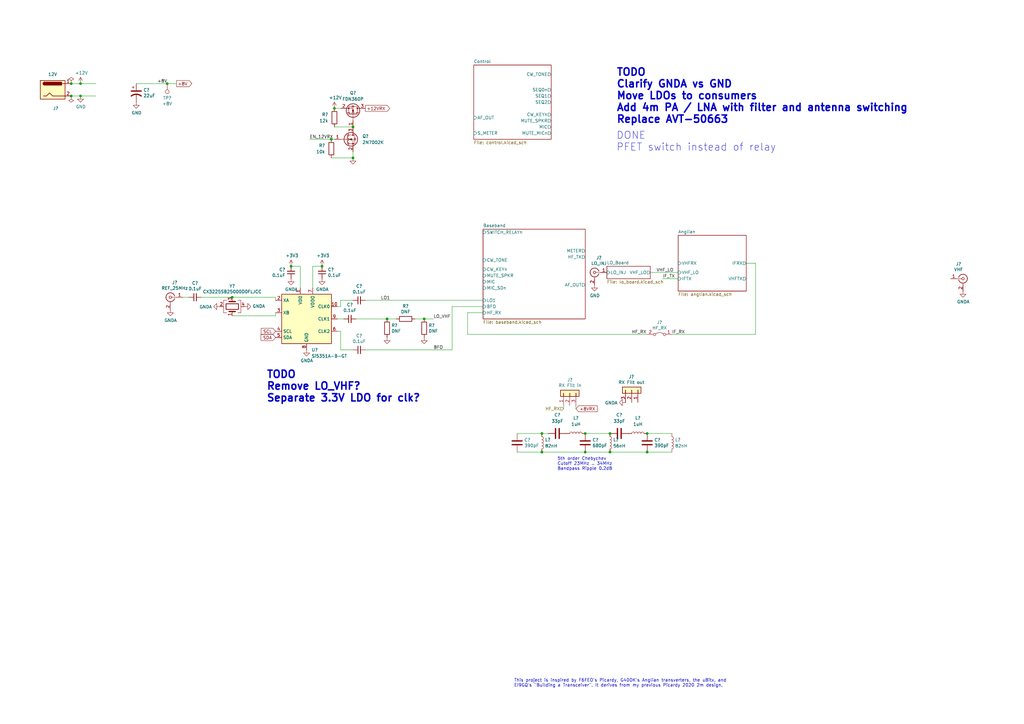
<source format=kicad_sch>
(kicad_sch (version 20211123) (generator eeschema)

  (uuid 7c83c304-769a-4be4-890e-297aba22b5b9)

  (paper "A3")

  (title_block
    (title "DART-70 TRX")
    (date "2023-01-15")
    (rev "0")
    (company "HB9EGM")
    (comment 1 "A 4m Band SSB/CW Transceiver")
  )

  

  (junction (at 191.77 -24.13) (diameter 0) (color 0 0 0 0)
    (uuid 0152b359-efb4-4746-8f92-d55aafcbed75)
  )
  (junction (at 135.89 57.15) (diameter 0) (color 0 0 0 0)
    (uuid 050a0919-5837-48a9-ba62-66cd121b1adf)
  )
  (junction (at 177.8 -29.21) (diameter 0) (color 0 0 0 0)
    (uuid 0757afa3-c7b9-46d4-ab18-34655039a8b1)
  )
  (junction (at 29.21 34.29) (diameter 0) (color 0 0 0 0)
    (uuid 0a082e3d-5a37-45bf-9936-1925b33d6b4f)
  )
  (junction (at 222.25 177.8) (diameter 0) (color 0 0 0 0)
    (uuid 0f37b587-17c8-4f47-b253-2cf37d019d4a)
  )
  (junction (at 158.75 130.81) (diameter 0) (color 0 0 0 0)
    (uuid 11ea7b85-b26d-4a7d-aaed-956352284452)
  )
  (junction (at 33.02 39.37) (diameter 0) (color 0 0 0 0)
    (uuid 1484c051-867b-42a2-ab15-344bd0f662a5)
  )
  (junction (at 33.02 34.29) (diameter 0) (color 0 0 0 0)
    (uuid 1fa90692-7773-42d6-8ba8-8ed55432226b)
  )
  (junction (at 144.78 52.07) (diameter 0) (color 0 0 0 0)
    (uuid 1fce03f8-9621-4b63-8c51-5d42538b963f)
  )
  (junction (at 191.77 -13.97) (diameter 0) (color 0 0 0 0)
    (uuid 24cf2881-22c9-4bae-ba47-4bf6b6501332)
  )
  (junction (at 29.21 39.37) (diameter 0) (color 0 0 0 0)
    (uuid 2bb5e7ab-7e6e-4e4b-8997-824caea277e9)
  )
  (junction (at 144.78 64.77) (diameter 0) (color 0 0 0 0)
    (uuid 2e5f9e9a-0d2d-440e-8565-00a589a89b92)
  )
  (junction (at 250.19 185.42) (diameter 0) (color 0 0 0 0)
    (uuid 33f289fa-48b2-488e-ac1c-9e506fdc5998)
  )
  (junction (at 240.03 185.42) (diameter 0) (color 0 0 0 0)
    (uuid 3a862fcc-728d-46ff-aba4-42ab7b8a4597)
  )
  (junction (at 119.38 109.22) (diameter 0) (color 0 0 0 0)
    (uuid 3c03082b-2981-4df2-bc33-6ce03d4158b2)
  )
  (junction (at 265.43 185.42) (diameter 0) (color 0 0 0 0)
    (uuid 3d21ed2c-8af2-40b8-995b-0086b5ca387d)
  )
  (junction (at 132.08 109.22) (diameter 0) (color 0 0 0 0)
    (uuid 4049e650-6035-45af-a547-48a992b127be)
  )
  (junction (at 222.25 185.42) (diameter 0) (color 0 0 0 0)
    (uuid 57dc6ee5-bba6-4f16-804b-6425d5f6f958)
  )
  (junction (at 68.58 34.29) (diameter 0) (color 0 0 0 0)
    (uuid 7a908d51-c916-43aa-8fdb-2e4bdec6c043)
  )
  (junction (at 240.03 177.8) (diameter 0) (color 0 0 0 0)
    (uuid 987a9aa5-4951-4afc-b306-454b5942bab1)
  )
  (junction (at 173.99 130.81) (diameter 0) (color 0 0 0 0)
    (uuid a9fed849-c0d2-45ff-802c-7da3e4c52c0a)
  )
  (junction (at 173.99 -45.72) (diameter 0) (color 0 0 0 0)
    (uuid ae1a40c3-8b72-46ce-b51f-f66ab23f0401)
  )
  (junction (at 265.43 177.8) (diameter 0) (color 0 0 0 0)
    (uuid b0bf6e1a-51f0-4f7d-a90d-b322f5d335e7)
  )
  (junction (at 250.19 177.8) (diameter 0) (color 0 0 0 0)
    (uuid c8056791-56cd-4c36-8a94-cde805b65787)
  )
  (junction (at 158.75 -36.83) (diameter 0) (color 0 0 0 0)
    (uuid cf54eac6-4e22-42ca-9fa6-d7f7535b6530)
  )
  (junction (at 177.8 -64.77) (diameter 0) (color 0 0 0 0)
    (uuid dc520be7-881a-4735-9002-cdc0b833e252)
  )
  (junction (at 177.8 -19.05) (diameter 0) (color 0 0 0 0)
    (uuid e4c71d8a-072b-43af-bb3d-19949410773e)
  )
  (junction (at 167.64 -57.15) (diameter 0) (color 0 0 0 0)
    (uuid eab8e06d-9f8a-4cc4-98b1-c84befd02f61)
  )
  (junction (at 137.16 44.45) (diameter 0) (color 0 0 0 0)
    (uuid efbe2c55-0cfe-4f3b-aef8-43e83d2ab09e)
  )
  (junction (at 95.25 121.92) (diameter 0) (color 0 0 0 0)
    (uuid f8c9e2c3-818f-482b-ad48-f9fb56a455b0)
  )

  (wire (pts (xy 29.21 39.37) (xy 33.02 39.37))
    (stroke (width 0) (type default) (color 0 0 0 0))
    (uuid 002154dd-fd21-426e-8f51-d82382197384)
  )
  (wire (pts (xy 55.88 34.29) (xy 68.58 34.29))
    (stroke (width 0) (type default) (color 0 0 0 0))
    (uuid 02b52dff-2945-47f9-b8fd-a704fc1af2fd)
  )
  (wire (pts (xy 144.78 64.77) (xy 144.78 62.23))
    (stroke (width 0) (type default) (color 0 0 0 0))
    (uuid 04c71abb-1067-41ab-b8a0-04858f4022cf)
  )
  (wire (pts (xy 139.7 125.73) (xy 138.43 125.73))
    (stroke (width 0) (type default) (color 0 0 0 0))
    (uuid 05f6334e-7131-4999-b788-1681af60d6df)
  )
  (wire (pts (xy 194.31 -13.97) (xy 191.77 -13.97))
    (stroke (width 0) (type default) (color 0 0 0 0))
    (uuid 0ddf1d64-9780-4d45-bbe9-e1ef7d2537e3)
  )
  (wire (pts (xy 236.22 166.37) (xy 236.22 167.64))
    (stroke (width 0) (type default) (color 0 0 0 0))
    (uuid 0deec689-066c-4887-ab4f-5d454bc03f5d)
  )
  (wire (pts (xy 240.03 177.8) (xy 250.19 177.8))
    (stroke (width 0) (type default) (color 0 0 0 0))
    (uuid 0f7e9d14-4334-4f32-bfe9-92fd215fb88d)
  )
  (wire (pts (xy 173.99 -45.72) (xy 170.18 -45.72))
    (stroke (width 0) (type default) (color 0 0 0 0))
    (uuid 1027526d-9981-4041-9e9b-7c2a66061466)
  )
  (wire (pts (xy 149.86 123.19) (xy 198.12 123.19))
    (stroke (width 0) (type default) (color 0 0 0 0))
    (uuid 1191af19-dd21-435c-962e-d45775056556)
  )
  (wire (pts (xy 162.56 -45.72) (xy 158.75 -45.72))
    (stroke (width 0) (type default) (color 0 0 0 0))
    (uuid 141df3ac-0b03-40e1-a2cc-eb98174af7ef)
  )
  (wire (pts (xy 266.7 111.76) (xy 278.13 111.76))
    (stroke (width 0) (type default) (color 0 0 0 0))
    (uuid 16d650b6-9ff4-4a97-bbf7-5da504a0440c)
  )
  (wire (pts (xy 158.75 -45.72) (xy 158.75 -36.83))
    (stroke (width 0) (type default) (color 0 0 0 0))
    (uuid 17173695-2043-4565-af3d-54fde6f23867)
  )
  (wire (pts (xy 275.59 137.16) (xy 309.88 137.16))
    (stroke (width 0) (type default) (color 0 0 0 0))
    (uuid 1c1df546-e0b8-4938-af9a-11a2d54628f4)
  )
  (wire (pts (xy 306.07 107.95) (xy 309.88 107.95))
    (stroke (width 0) (type default) (color 0 0 0 0))
    (uuid 1cb9b8d4-2927-4719-a3be-e6664e0d1c37)
  )
  (wire (pts (xy 173.99 -36.83) (xy 173.99 -45.72))
    (stroke (width 0) (type default) (color 0 0 0 0))
    (uuid 20eb0878-92ed-4715-9bf2-99507d350dbd)
  )
  (wire (pts (xy 250.19 185.42) (xy 265.43 185.42))
    (stroke (width 0) (type default) (color 0 0 0 0))
    (uuid 24640bcb-dde4-41fa-827c-efb027cf3aa6)
  )
  (wire (pts (xy 137.16 52.07) (xy 144.78 52.07))
    (stroke (width 0) (type default) (color 0 0 0 0))
    (uuid 26d40c54-74c0-4b13-8d36-291349e7e754)
  )
  (wire (pts (xy 191.77 -24.13) (xy 173.99 -24.13))
    (stroke (width 0) (type default) (color 0 0 0 0))
    (uuid 2a561ed9-b296-4e6a-a0dd-6002fa7fffdc)
  )
  (wire (pts (xy 138.43 130.81) (xy 140.97 130.81))
    (stroke (width 0) (type default) (color 0 0 0 0))
    (uuid 2a86319a-5a94-4745-ad80-6b5c02f72e82)
  )
  (wire (pts (xy 156.21 -36.83) (xy 158.75 -36.83))
    (stroke (width 0) (type default) (color 0 0 0 0))
    (uuid 2fb14d37-de49-4570-be15-220be096d7ff)
  )
  (wire (pts (xy 222.25 177.8) (xy 224.79 177.8))
    (stroke (width 0) (type default) (color 0 0 0 0))
    (uuid 378fac25-9ec9-4372-af8a-b41e5bae02dc)
  )
  (wire (pts (xy 173.99 -29.21) (xy 177.8 -29.21))
    (stroke (width 0) (type default) (color 0 0 0 0))
    (uuid 3fa4ef37-d629-4ed6-8678-6d22f0acc54c)
  )
  (wire (pts (xy 231.14 167.64) (xy 231.14 166.37))
    (stroke (width 0) (type default) (color 0 0 0 0))
    (uuid 56879dcb-f19b-4ada-abf7-05788c417130)
  )
  (wire (pts (xy 33.02 39.37) (xy 39.37 39.37))
    (stroke (width 0) (type default) (color 0 0 0 0))
    (uuid 582ca415-c739-49c6-b2b7-df45a98331ed)
  )
  (wire (pts (xy 149.86 143.51) (xy 185.42 143.51))
    (stroke (width 0) (type default) (color 0 0 0 0))
    (uuid 5d903b1c-4e78-4db1-8b53-a464164d2e04)
  )
  (wire (pts (xy 135.89 64.77) (xy 144.78 64.77))
    (stroke (width 0) (type default) (color 0 0 0 0))
    (uuid 60b4763b-e726-4a27-83a4-5caf344a9f36)
  )
  (wire (pts (xy 185.42 125.73) (xy 185.42 143.51))
    (stroke (width 0) (type default) (color 0 0 0 0))
    (uuid 619d38b3-854d-4d48-abf2-cb1aa62b4054)
  )
  (wire (pts (xy 309.88 137.16) (xy 309.88 107.95))
    (stroke (width 0) (type default) (color 0 0 0 0))
    (uuid 64394dfa-e31e-44bd-aa2a-6740b72c9446)
  )
  (wire (pts (xy 33.02 34.29) (xy 39.37 34.29))
    (stroke (width 0) (type default) (color 0 0 0 0))
    (uuid 6465c817-6f2e-4e62-ac9d-f9a1d93df9e1)
  )
  (wire (pts (xy 144.78 123.19) (xy 139.7 123.19))
    (stroke (width 0) (type default) (color 0 0 0 0))
    (uuid 64e90390-0f4c-4cc1-bafa-363ce23516e9)
  )
  (wire (pts (xy 139.7 143.51) (xy 139.7 135.89))
    (stroke (width 0) (type default) (color 0 0 0 0))
    (uuid 65dd0601-a23d-4c5d-b924-966fc498cbfc)
  )
  (wire (pts (xy 165.1 -57.15) (xy 167.64 -57.15))
    (stroke (width 0) (type default) (color 0 0 0 0))
    (uuid 679e7359-1f41-4157-820d-71e9fa92b9e8)
  )
  (wire (pts (xy 139.7 135.89) (xy 138.43 135.89))
    (stroke (width 0) (type default) (color 0 0 0 0))
    (uuid 699bee8c-8bc3-4aa6-b4ed-0aa4d255078a)
  )
  (wire (pts (xy 128.27 109.22) (xy 128.27 118.11))
    (stroke (width 0) (type default) (color 0 0 0 0))
    (uuid 6b09c60c-c53b-47dd-b8b8-94f682cd2086)
  )
  (wire (pts (xy 177.8 -29.21) (xy 180.34 -29.21))
    (stroke (width 0) (type default) (color 0 0 0 0))
    (uuid 6ff35c52-f80d-4be2-993f-5faaf533a8b1)
  )
  (wire (pts (xy 194.31 -24.13) (xy 191.77 -24.13))
    (stroke (width 0) (type default) (color 0 0 0 0))
    (uuid 77b9c30c-9aa4-44bc-be4c-6cd8ec0bcef5)
  )
  (wire (pts (xy 177.8 -45.72) (xy 173.99 -45.72))
    (stroke (width 0) (type default) (color 0 0 0 0))
    (uuid 78222957-541d-4b7c-b031-c5c616b778fa)
  )
  (wire (pts (xy 139.7 44.45) (xy 137.16 44.45))
    (stroke (width 0) (type default) (color 0 0 0 0))
    (uuid 7d36ebe7-a4ce-43d0-8905-3520d15998b6)
  )
  (wire (pts (xy 146.05 130.81) (xy 158.75 130.81))
    (stroke (width 0) (type default) (color 0 0 0 0))
    (uuid 7d4200e5-e280-4699-af56-048ba84247d3)
  )
  (wire (pts (xy 191.77 128.27) (xy 198.12 128.27))
    (stroke (width 0) (type default) (color 0 0 0 0))
    (uuid 800078c6-f565-49c3-8847-60b62eccc839)
  )
  (wire (pts (xy 191.77 137.16) (xy 191.77 128.27))
    (stroke (width 0) (type default) (color 0 0 0 0))
    (uuid 808cff27-48b2-4c62-99f5-955bac687df2)
  )
  (wire (pts (xy 173.99 -19.05) (xy 177.8 -19.05))
    (stroke (width 0) (type default) (color 0 0 0 0))
    (uuid 8396b690-3bab-4fa7-9e71-06ce2998ca0e)
  )
  (wire (pts (xy 144.78 143.51) (xy 139.7 143.51))
    (stroke (width 0) (type default) (color 0 0 0 0))
    (uuid 8e0abe23-8e7e-48a9-af11-f26197bd8fbf)
  )
  (wire (pts (xy 132.08 109.22) (xy 128.27 109.22))
    (stroke (width 0) (type default) (color 0 0 0 0))
    (uuid 9d3a7a2b-8bae-4d82-8634-16a99f57e389)
  )
  (wire (pts (xy 177.8 -62.23) (xy 177.8 -64.77))
    (stroke (width 0) (type default) (color 0 0 0 0))
    (uuid 9f18b194-8748-47f0-aebf-8655660f6ba3)
  )
  (wire (pts (xy 177.8 -64.77) (xy 167.64 -64.77))
    (stroke (width 0) (type default) (color 0 0 0 0))
    (uuid a64d0ff6-4671-4b63-946a-c6b60f6772e2)
  )
  (wire (pts (xy 265.43 137.16) (xy 191.77 137.16))
    (stroke (width 0) (type default) (color 0 0 0 0))
    (uuid aea703c8-468d-47d5-890b-64da1aa9b8aa)
  )
  (wire (pts (xy 135.89 57.15) (xy 137.16 57.15))
    (stroke (width 0) (type default) (color 0 0 0 0))
    (uuid b157820b-3953-442b-831b-a00393a02265)
  )
  (wire (pts (xy 212.09 177.8) (xy 222.25 177.8))
    (stroke (width 0) (type default) (color 0 0 0 0))
    (uuid b2bf2e05-3221-4db4-bda8-849a4532eddd)
  )
  (wire (pts (xy 177.8 -19.05) (xy 180.34 -19.05))
    (stroke (width 0) (type default) (color 0 0 0 0))
    (uuid bbc32856-07eb-4eaa-a774-dd368aed1682)
  )
  (wire (pts (xy 185.42 125.73) (xy 198.12 125.73))
    (stroke (width 0) (type default) (color 0 0 0 0))
    (uuid bbcbb418-4a5a-4344-a8f0-6ee0471c05a0)
  )
  (wire (pts (xy 139.7 123.19) (xy 139.7 125.73))
    (stroke (width 0) (type default) (color 0 0 0 0))
    (uuid bcb20d96-4c0e-4c98-a263-0cdd41ab15e5)
  )
  (wire (pts (xy 123.19 109.22) (xy 123.19 118.11))
    (stroke (width 0) (type default) (color 0 0 0 0))
    (uuid c24d03f2-5bff-4d74-88e5-481cd2f1e035)
  )
  (wire (pts (xy 68.58 34.29) (xy 72.39 34.29))
    (stroke (width 0) (type default) (color 0 0 0 0))
    (uuid c2804cd9-3e42-4d67-ad5f-046296241a38)
  )
  (wire (pts (xy 212.09 185.42) (xy 222.25 185.42))
    (stroke (width 0) (type default) (color 0 0 0 0))
    (uuid c3ccffd0-5e76-4c65-89a9-fda2e5be31f6)
  )
  (wire (pts (xy 177.8 130.81) (xy 173.99 130.81))
    (stroke (width 0) (type default) (color 0 0 0 0))
    (uuid c48e879f-0b64-4f86-a8cf-003dbff29c4e)
  )
  (wire (pts (xy 162.56 130.81) (xy 158.75 130.81))
    (stroke (width 0) (type default) (color 0 0 0 0))
    (uuid cbbfb5e5-7e85-4367-b6a7-9b21fc6d9e17)
  )
  (wire (pts (xy 95.25 129.54) (xy 113.03 129.54))
    (stroke (width 0) (type default) (color 0 0 0 0))
    (uuid cc89f37d-2221-4ee8-a763-21432c733f93)
  )
  (wire (pts (xy 119.38 109.22) (xy 123.19 109.22))
    (stroke (width 0) (type default) (color 0 0 0 0))
    (uuid ceb52c7a-a12c-449a-be98-109b3a3bd409)
  )
  (wire (pts (xy 29.21 34.29) (xy 33.02 34.29))
    (stroke (width 0) (type default) (color 0 0 0 0))
    (uuid d18620ef-44b4-47e8-b939-bb0398e91c85)
  )
  (wire (pts (xy 113.03 121.92) (xy 113.03 123.19))
    (stroke (width 0) (type default) (color 0 0 0 0))
    (uuid d51dda35-7a1a-4d41-817a-7bb1f7f6ffd4)
  )
  (wire (pts (xy 191.77 -13.97) (xy 173.99 -13.97))
    (stroke (width 0) (type default) (color 0 0 0 0))
    (uuid d9024b8b-b5ea-4176-a1e8-f745f68e348b)
  )
  (wire (pts (xy 240.03 185.42) (xy 250.19 185.42))
    (stroke (width 0) (type default) (color 0 0 0 0))
    (uuid e398653c-c0a3-4f5f-8e64-c2e4f2e156a7)
  )
  (wire (pts (xy 265.43 185.42) (xy 275.59 185.42))
    (stroke (width 0) (type default) (color 0 0 0 0))
    (uuid e52dd491-e671-4aa0-8f11-59505c0c6791)
  )
  (wire (pts (xy 265.43 177.8) (xy 275.59 177.8))
    (stroke (width 0) (type default) (color 0 0 0 0))
    (uuid e616422a-296c-4c3d-9126-d65d78ab0a16)
  )
  (wire (pts (xy 271.78 114.3) (xy 278.13 114.3))
    (stroke (width 0) (type default) (color 0 0 0 0))
    (uuid e8041e79-64e0-42dc-9c18-1cdcb2c92f8f)
  )
  (wire (pts (xy 177.8 -52.07) (xy 177.8 -45.72))
    (stroke (width 0) (type default) (color 0 0 0 0))
    (uuid e95411a5-cb15-4bfe-9998-b0239dde6f5e)
  )
  (wire (pts (xy 173.99 130.81) (xy 170.18 130.81))
    (stroke (width 0) (type default) (color 0 0 0 0))
    (uuid ea6f4611-7eac-4b21-b232-fff65a738b95)
  )
  (wire (pts (xy 82.55 121.92) (xy 95.25 121.92))
    (stroke (width 0) (type default) (color 0 0 0 0))
    (uuid ea97e745-2bac-4983-a78b-499e0f8d7b6d)
  )
  (wire (pts (xy 127 57.15) (xy 135.89 57.15))
    (stroke (width 0) (type default) (color 0 0 0 0))
    (uuid f153c46f-cb94-4af5-9036-c82477e0bf89)
  )
  (wire (pts (xy 77.47 121.92) (xy 74.93 121.92))
    (stroke (width 0) (type default) (color 0 0 0 0))
    (uuid f38fd353-54b3-403a-9387-7ff36888e6a9)
  )
  (wire (pts (xy 222.25 185.42) (xy 240.03 185.42))
    (stroke (width 0) (type default) (color 0 0 0 0))
    (uuid f4fd388d-525b-458c-9fc0-2f9761558457)
  )
  (wire (pts (xy 95.25 121.92) (xy 113.03 121.92))
    (stroke (width 0) (type default) (color 0 0 0 0))
    (uuid f7008c47-327e-4961-9c20-bbaf09b0d636)
  )
  (wire (pts (xy 113.03 129.54) (xy 113.03 128.27))
    (stroke (width 0) (type default) (color 0 0 0 0))
    (uuid f841e691-04bf-4057-bcb4-476ba3910c05)
  )
  (wire (pts (xy 170.18 -57.15) (xy 167.64 -57.15))
    (stroke (width 0) (type default) (color 0 0 0 0))
    (uuid ff109602-9cbf-44b4-9f41-7af8b1629863)
  )

  (text "DONE\nPFET switch instead of relay" (at 252.73 62.23 0)
    (effects (font (size 3 3)) (justify left bottom))
    (uuid 4875a109-b5a5-4c66-bceb-22c84659843a)
  )
  (text "5th order Chebychev\nCutoff 23MHz .. 34MHz\nBandpass Ripple 0.2dB"
    (at 228.6 193.04 0)
    (effects (font (size 1.27 1.27)) (justify left bottom))
    (uuid 5683de0f-9986-4f35-9c26-10f4a2cf018a)
  )
  (text "TODO\nClarify GNDA vs GND\nMove LDOs to consumers\nAdd 4m PA / LNA with filter and antenna switching\nReplace AVT-50663"
    (at 252.73 50.8 0)
    (effects (font (size 3 3) bold) (justify left bottom))
    (uuid bb2e7fd8-c90d-4499-afb3-dd966ff449a9)
  )
  (text "This project is inspired by F6FEO's Picardy, G4DDK's Anglian transverters, the uBitx, and\nEI9GQ's \"Building a Transceiver\". It derives from my previous Picardy 2020 2m design."
    (at 210.82 281.94 0)
    (effects (font (size 1.27 1.27)) (justify left bottom))
    (uuid cc99dfff-7e1c-41c9-90b0-50846ceea0a1)
  )
  (text "TODO\nRemove LO_VHF?\nSeparate 3.3V LDO for clk?" (at 109.22 165.1 0)
    (effects (font (size 3 3) (thickness 0.6) bold) (justify left bottom))
    (uuid ec42bbb7-00ad-45ed-b87f-2d3e85dc0756)
  )

  (label "LO_VHF" (at 177.8 130.81 0)
    (effects (font (size 1.27 1.27)) (justify left bottom))
    (uuid 37559495-9dfc-4a54-80ee-fad84f20dc2a)
  )
  (label "IF_TX" (at 271.78 114.3 0)
    (effects (font (size 1.27 1.27)) (justify left bottom))
    (uuid 5e96c9dc-ed42-4301-8cfa-b8b1c20a3dd6)
  )
  (label "+8V" (at 158.75 -26.67 180)
    (effects (font (size 1.27 1.27)) (justify right bottom))
    (uuid 71b17479-6c39-4753-b20d-a825c2451b12)
  )
  (label "EN_12VRX" (at 127 57.15 0)
    (effects (font (size 1.27 1.27)) (justify left bottom))
    (uuid 791d546b-1921-4c13-bb23-a9d44e0c7935)
  )
  (label "VHF_LO" (at 269.24 111.76 0)
    (effects (font (size 1.27 1.27)) (justify left bottom))
    (uuid 8c29f5ca-49c7-4f16-ac34-557eb034e274)
  )
  (label "HF_RX" (at 259.08 137.16 0)
    (effects (font (size 1.27 1.27)) (justify left bottom))
    (uuid 99e1a020-d6ac-49ff-9b1f-b629705ce0c7)
  )
  (label "LO1" (at 156.21 123.19 0)
    (effects (font (size 1.27 1.27)) (justify left bottom))
    (uuid b1685444-7ed2-49f0-840b-5ade5d456940)
  )
  (label "IF_RX" (at 275.59 137.16 0)
    (effects (font (size 1.27 1.27)) (justify left bottom))
    (uuid ba916ec2-374d-448c-88be-e317fba10eb9)
  )
  (label "+8V" (at 68.58 34.29 180)
    (effects (font (size 1.27 1.27)) (justify right bottom))
    (uuid ccb112fb-238f-470d-98ee-5268983c8063)
  )
  (label "+5V" (at 158.75 -16.51 180)
    (effects (font (size 1.27 1.27)) (justify right bottom))
    (uuid db1512d6-86ff-4ba1-93b7-50fbe567100d)
  )
  (label "BFO" (at 177.8 143.51 0)
    (effects (font (size 1.27 1.27)) (justify left bottom))
    (uuid e316d376-2303-43ce-9137-3f0af976260d)
  )

  (global_label "+12VRX" (shape output) (at 149.86 44.45 0) (fields_autoplaced)
    (effects (font (size 1.27 1.27)) (justify left))
    (uuid 00ef3d03-4f1e-4f91-bd17-7bb0338f265a)
    (property "Intersheet References" "${INTERSHEET_REFS}" (id 0) (at 159.8326 44.3706 0)
      (effects (font (size 1.27 1.27)) (justify left) hide)
    )
  )
  (global_label "+8VRX" (shape output) (at 180.34 -29.21 0) (fields_autoplaced)
    (effects (font (size 1.27 1.27)) (justify left))
    (uuid 3417c179-abc1-4445-8bc4-05a59807c76e)
    (property "Intersheet References" "${INTERSHEET_REFS}" (id 0) (at -48.26 -134.62 0)
      (effects (font (size 1.27 1.27)) hide)
    )
  )
  (global_label "+5VRX" (shape output) (at 180.34 -19.05 0) (fields_autoplaced)
    (effects (font (size 1.27 1.27)) (justify left))
    (uuid 4b9d4d77-0d85-4888-ab24-4d18c007dda5)
    (property "Intersheet References" "${INTERSHEET_REFS}" (id 0) (at -48.26 -134.62 0)
      (effects (font (size 1.27 1.27)) hide)
    )
  )
  (global_label "+8VRX" (shape input) (at 236.22 167.64 0) (fields_autoplaced)
    (effects (font (size 1.27 1.27)) (justify left))
    (uuid 4c3ad136-5be9-4513-80de-9cc4704b7b0d)
    (property "Intersheet References" "${INTERSHEET_REFS}" (id 0) (at 210.82 139.7 0)
      (effects (font (size 1.27 1.27)) hide)
    )
  )
  (global_label "SDA" (shape input) (at 113.03 138.43 180) (fields_autoplaced)
    (effects (font (size 1.27 1.27)) (justify right))
    (uuid 7b27748e-95b6-4e72-a559-44948dc7382e)
    (property "Intersheet References" "${INTERSHEET_REFS}" (id 0) (at -92.71 86.36 0)
      (effects (font (size 1.27 1.27)) hide)
    )
  )
  (global_label "+8VTX" (shape output) (at 194.31 -24.13 0) (fields_autoplaced)
    (effects (font (size 1.27 1.27)) (justify left))
    (uuid 844ba300-8900-4c41-ad3f-38f6b29543c7)
    (property "Intersheet References" "${INTERSHEET_REFS}" (id 0) (at -48.26 -134.62 0)
      (effects (font (size 1.27 1.27)) hide)
    )
  )
  (global_label "+8V" (shape output) (at 72.39 34.29 0) (fields_autoplaced)
    (effects (font (size 1.27 1.27)) (justify left))
    (uuid 934215ee-f64c-4f2e-aab1-091430a300e6)
    (property "Intersheet References" "${INTERSHEET_REFS}" (id 0) (at -100.33 -27.94 0)
      (effects (font (size 1.27 1.27)) hide)
    )
  )
  (global_label "SCL" (shape input) (at 113.03 135.89 180) (fields_autoplaced)
    (effects (font (size 1.27 1.27)) (justify right))
    (uuid c9ecb380-e98f-45c6-b8cb-94efe9240021)
    (property "Intersheet References" "${INTERSHEET_REFS}" (id 0) (at -92.71 86.36 0)
      (effects (font (size 1.27 1.27)) hide)
    )
  )
  (global_label "+5VTX" (shape output) (at 194.31 -13.97 0) (fields_autoplaced)
    (effects (font (size 1.27 1.27)) (justify left))
    (uuid e3ebd44c-7a2f-46b8-928c-cac56d9f0924)
    (property "Intersheet References" "${INTERSHEET_REFS}" (id 0) (at -48.26 -134.62 0)
      (effects (font (size 1.27 1.27)) hide)
    )
  )

  (hierarchical_label "HF_RX" (shape input) (at 231.14 167.64 180)
    (effects (font (size 1.27 1.27)) (justify right))
    (uuid 11e418f9-cbf0-44c9-bf78-4cd79f105743)
  )
  (hierarchical_label "SWITCH_5V_8V_TXn" (shape input) (at 149.86 -57.15 180)
    (effects (font (size 1.27 1.27)) (justify right))
    (uuid f9d59956-b4fc-4978-be04-3901b5e6face)
  )

  (symbol (lib_id "Diode:1N4148W") (at 166.37 -45.72 180) (unit 1)
    (in_bom yes) (on_board yes)
    (uuid 023c7d59-e0da-44fc-98f8-8b5141ecf6ca)
    (property "Reference" "D?" (id 0) (at 166.37 -51.2318 0))
    (property "Value" "1N4148W" (id 1) (at 166.37 -48.9204 0))
    (property "Footprint" "Diode_SMD:D_SOD-123F" (id 2) (at 166.37 -50.165 0)
      (effects (font (size 1.27 1.27)) hide)
    )
    (property "Datasheet" "https://www.vishay.com/docs/85748/1n4148w.pdf" (id 3) (at 166.37 -45.72 0)
      (effects (font (size 1.27 1.27)) hide)
    )
    (property "MPN" "1N4148W" (id 4) (at 166.37 -45.72 0)
      (effects (font (size 1.27 1.27)) hide)
    )
    (property "Need_order" "" (id 5) (at 166.37 -45.72 0)
      (effects (font (size 1.27 1.27)) hide)
    )
    (pin "1" (uuid 79f54e10-404a-4de1-bd69-17d4636a35a2))
    (pin "2" (uuid 3905c18b-1d10-4d37-9e0c-05d99347c5da))
  )

  (symbol (lib_id "Device:L") (at 222.25 181.61 0) (unit 1)
    (in_bom yes) (on_board yes) (fields_autoplaced)
    (uuid 059bfdce-a55c-480c-b03f-871866a73262)
    (property "Reference" "L?" (id 0) (at 223.52 180.3399 0)
      (effects (font (size 1.27 1.27)) (justify left))
    )
    (property "Value" "82nH" (id 1) (at 223.52 182.8799 0)
      (effects (font (size 1.27 1.27)) (justify left))
    )
    (property "Footprint" "Inductor_SMD:L_0805_2012Metric_Pad1.15x1.40mm_HandSolder" (id 2) (at 222.25 181.61 0)
      (effects (font (size 1.27 1.27)) hide)
    )
    (property "Datasheet" "~" (id 3) (at 222.25 181.61 0)
      (effects (font (size 1.27 1.27)) hide)
    )
    (property "MPN" "LQW2BAS82NJ00L" (id 4) (at 222.25 181.61 0)
      (effects (font (size 1.27 1.27)) hide)
    )
    (property "Need_order" "1" (id 5) (at 222.25 181.61 0)
      (effects (font (size 1.27 1.27)) hide)
    )
    (pin "1" (uuid 54f3b96d-33bd-4085-8f53-1d6b747b4816))
    (pin "2" (uuid 477f305f-c65c-4848-b1cf-0a0d40a9c67d))
  )

  (symbol (lib_id "Device:CP1") (at 55.88 38.1 0) (unit 1)
    (in_bom yes) (on_board yes)
    (uuid 07d93d30-1807-419c-ab93-f9c56b415b45)
    (property "Reference" "C?" (id 0) (at 58.801 36.9316 0)
      (effects (font (size 1.27 1.27)) (justify left))
    )
    (property "Value" "22uF" (id 1) (at 58.801 39.243 0)
      (effects (font (size 1.27 1.27)) (justify left))
    )
    (property "Footprint" "Capacitor_SMD:C_1210_3225Metric_Pad1.42x2.65mm_HandSolder" (id 2) (at 55.88 38.1 0)
      (effects (font (size 1.27 1.27)) hide)
    )
    (property "Datasheet" "~" (id 3) (at 55.88 38.1 0)
      (effects (font (size 1.27 1.27)) hide)
    )
    (property "MPN" "stash tantalum" (id 4) (at 55.88 38.1 0)
      (effects (font (size 1.27 1.27)) hide)
    )
    (property "Need_order" "" (id 5) (at 55.88 38.1 0)
      (effects (font (size 1.27 1.27)) hide)
    )
    (property "OriginalValue" "" (id 6) (at 55.88 38.1 0)
      (effects (font (size 1.27 1.27)) hide)
    )
    (pin "1" (uuid 02807341-1b46-43ae-96b0-78e2f6241af5))
    (pin "2" (uuid 98003322-24ed-44b2-bbfc-a612e4401c51))
  )

  (symbol (lib_id "power:+3.3V") (at 132.08 109.22 0) (unit 1)
    (in_bom yes) (on_board yes)
    (uuid 0a66f684-42c8-4454-8b00-30b8c4ea5d56)
    (property "Reference" "#PWR?" (id 0) (at 132.08 113.03 0)
      (effects (font (size 1.27 1.27)) hide)
    )
    (property "Value" "+3.3V" (id 1) (at 132.461 104.8258 0))
    (property "Footprint" "" (id 2) (at 132.08 109.22 0)
      (effects (font (size 1.27 1.27)) hide)
    )
    (property "Datasheet" "" (id 3) (at 132.08 109.22 0)
      (effects (font (size 1.27 1.27)) hide)
    )
    (pin "1" (uuid 2b1c22a2-3bee-4d20-b723-68da98a1fc64))
  )

  (symbol (lib_id "power:GNDA") (at 144.78 64.77 0) (unit 1)
    (in_bom yes) (on_board yes)
    (uuid 0bd5cb94-7c80-46f1-9a73-5178a81ddaed)
    (property "Reference" "#PWR?" (id 0) (at 144.78 71.12 0)
      (effects (font (size 1.27 1.27)) hide)
    )
    (property "Value" "GNDA" (id 1) (at 144.907 67.9958 90)
      (effects (font (size 1.27 1.27)) (justify right) hide)
    )
    (property "Footprint" "" (id 2) (at 144.78 64.77 0)
      (effects (font (size 1.27 1.27)) hide)
    )
    (property "Datasheet" "" (id 3) (at 144.78 64.77 0)
      (effects (font (size 1.27 1.27)) hide)
    )
    (pin "1" (uuid 90167531-fb13-458d-9535-624dfc2e397f))
  )

  (symbol (lib_id "Device:R") (at 167.64 -60.96 0) (unit 1)
    (in_bom yes) (on_board yes)
    (uuid 134dd1ad-afc9-4161-b3c6-831b9caf39cb)
    (property "Reference" "R?" (id 0) (at 169.418 -62.1284 0)
      (effects (font (size 1.27 1.27)) (justify left))
    )
    (property "Value" "4k7" (id 1) (at 169.418 -59.817 0)
      (effects (font (size 1.27 1.27)) (justify left))
    )
    (property "Footprint" "Resistor_SMD:R_0603_1608Metric_Pad1.05x0.95mm_HandSolder" (id 2) (at 165.862 -60.96 90)
      (effects (font (size 1.27 1.27)) hide)
    )
    (property "Datasheet" "~" (id 3) (at 167.64 -60.96 0)
      (effects (font (size 1.27 1.27)) hide)
    )
    (property "Need_order" "" (id 4) (at 167.64 -60.96 0)
      (effects (font (size 1.27 1.27)) hide)
    )
    (pin "1" (uuid 11d8872f-1b38-4916-a5b3-713e58624bf6))
    (pin "2" (uuid bc5a49fd-eaea-4523-b32f-2afe4b8ecbd5))
  )

  (symbol (lib_id "power:GNDA") (at 125.73 143.51 0) (unit 1)
    (in_bom yes) (on_board yes)
    (uuid 15141d00-2169-455b-946f-57f60b1f9d23)
    (property "Reference" "#PWR?" (id 0) (at 125.73 149.86 0)
      (effects (font (size 1.27 1.27)) hide)
    )
    (property "Value" "GNDA" (id 1) (at 125.857 147.9042 0))
    (property "Footprint" "" (id 2) (at 125.73 143.51 0)
      (effects (font (size 1.27 1.27)) hide)
    )
    (property "Datasheet" "" (id 3) (at 125.73 143.51 0)
      (effects (font (size 1.27 1.27)) hide)
    )
    (pin "1" (uuid 05bccfcd-5ecd-4a29-baec-9be101d2d22a))
  )

  (symbol (lib_id "power:PWR_FLAG") (at 29.21 34.29 0) (unit 1)
    (in_bom yes) (on_board yes)
    (uuid 17f19d51-1d48-4b41-9e1f-1ae8f8799dc5)
    (property "Reference" "#FLG?" (id 0) (at 29.21 32.385 0)
      (effects (font (size 1.27 1.27)) hide)
    )
    (property "Value" "PWR_FLAG" (id 1) (at 29.21 31.0642 90)
      (effects (font (size 1.27 1.27)) (justify left) hide)
    )
    (property "Footprint" "" (id 2) (at 29.21 34.29 0)
      (effects (font (size 1.27 1.27)) hide)
    )
    (property "Datasheet" "~" (id 3) (at 29.21 34.29 0)
      (effects (font (size 1.27 1.27)) hide)
    )
    (pin "1" (uuid b075df74-cc2c-4cf8-b10c-4a6f9df277a3))
  )

  (symbol (lib_id "Device:C") (at 240.03 181.61 0) (unit 1)
    (in_bom yes) (on_board yes)
    (uuid 1a2f8f90-1bf0-4430-a952-447801ded9d0)
    (property "Reference" "C?" (id 0) (at 242.951 180.4416 0)
      (effects (font (size 1.27 1.27)) (justify left))
    )
    (property "Value" "680pF" (id 1) (at 242.951 182.753 0)
      (effects (font (size 1.27 1.27)) (justify left))
    )
    (property "Footprint" "Capacitor_SMD:C_0603_1608Metric_Pad1.05x0.95mm_HandSolder" (id 2) (at 240.9952 185.42 0)
      (effects (font (size 1.27 1.27)) hide)
    )
    (property "Datasheet" "~" (id 3) (at 240.03 181.61 0)
      (effects (font (size 1.27 1.27)) hide)
    )
    (property "MPN" "" (id 4) (at 240.03 181.61 0)
      (effects (font (size 1.27 1.27)) hide)
    )
    (property "Need_order" "1" (id 5) (at 240.03 181.61 0)
      (effects (font (size 1.27 1.27)) hide)
    )
    (pin "1" (uuid 7836fd34-c096-4ce5-a173-7f0008dc3019))
    (pin "2" (uuid 09723223-bc98-4871-b146-19568f3cb545))
  )

  (symbol (lib_id "Transistor_BJT:BC856W") (at 175.26 -57.15 0) (mirror x) (unit 1)
    (in_bom yes) (on_board yes)
    (uuid 1c1b5978-c667-4e8a-8a4f-0d7426b01ab8)
    (property "Reference" "Q?" (id 0) (at 180.086 -58.3184 0)
      (effects (font (size 1.27 1.27)) (justify left))
    )
    (property "Value" "BC856W" (id 1) (at 180.086 -56.007 0)
      (effects (font (size 1.27 1.27)) (justify left))
    )
    (property "Footprint" "Package_TO_SOT_SMD:SOT-323_SC-70" (id 2) (at 180.34 -59.055 0)
      (effects (font (size 1.27 1.27) italic) (justify left) hide)
    )
    (property "Datasheet" "http://www.fairchildsemi.com/ds/BC/BC856.pdf" (id 3) (at 175.26 -57.15 0)
      (effects (font (size 1.27 1.27)) (justify left) hide)
    )
    (property "MPN" "BC856W" (id 4) (at 175.26 -57.15 0)
      (effects (font (size 1.27 1.27)) hide)
    )
    (property "Need_order" "" (id 5) (at 175.26 -57.15 0)
      (effects (font (size 1.27 1.27)) hide)
    )
    (pin "1" (uuid 97145c99-6fe4-4054-8c53-38dc520dfd85))
    (pin "2" (uuid 2022a07e-1db3-442a-a2c2-f8f2af28a504))
    (pin "3" (uuid 1bf023ab-8e17-4c21-a059-723a0ffb063b))
  )

  (symbol (lib_id "Device:C_Small") (at 147.32 123.19 90) (unit 1)
    (in_bom yes) (on_board yes)
    (uuid 1f22f568-466b-4986-a14d-fd6fd88e1a92)
    (property "Reference" "C?" (id 0) (at 147.32 117.3734 90))
    (property "Value" "0.1uF" (id 1) (at 147.32 119.6848 90))
    (property "Footprint" "Capacitor_SMD:C_0603_1608Metric_Pad1.05x0.95mm_HandSolder" (id 2) (at 147.32 123.19 0)
      (effects (font (size 1.27 1.27)) hide)
    )
    (property "Datasheet" "~" (id 3) (at 147.32 123.19 0)
      (effects (font (size 1.27 1.27)) hide)
    )
    (property "MPN" "GRM188R71H104KA93D" (id 4) (at 147.32 123.19 0)
      (effects (font (size 1.27 1.27)) hide)
    )
    (property "Need_order" "" (id 5) (at 147.32 123.19 0)
      (effects (font (size 1.27 1.27)) hide)
    )
    (pin "1" (uuid 8fabf0b6-bf9e-4449-bba3-d9b551e56598))
    (pin "2" (uuid 3784a66d-521d-4a8e-af7c-0c11a9705603))
  )

  (symbol (lib_id "Connector:TestPoint") (at 191.77 -24.13 0) (unit 1)
    (in_bom yes) (on_board yes)
    (uuid 1f5a6f82-9529-48d1-a331-c369b700b519)
    (property "Reference" "TP?" (id 0) (at 191.77 -30.0482 0))
    (property "Value" "8VTX" (id 1) (at 191.77 -32.3596 0))
    (property "Footprint" "TestPoint:TestPoint_Pad_D1.5mm" (id 2) (at 196.85 -24.13 0)
      (effects (font (size 1.27 1.27)) hide)
    )
    (property "Datasheet" "~" (id 3) (at 196.85 -24.13 0)
      (effects (font (size 1.27 1.27)) hide)
    )
    (property "Need_order" "" (id 4) (at 191.77 -24.13 0)
      (effects (font (size 1.27 1.27)) hide)
    )
    (pin "1" (uuid 483de644-ec56-4547-ab7f-53d0be4ade3a))
  )

  (symbol (lib_id "power:GNDA") (at 119.38 114.3 0) (unit 1)
    (in_bom yes) (on_board yes)
    (uuid 1ff30586-c262-43a9-8e43-b3210a14f902)
    (property "Reference" "#PWR?" (id 0) (at 119.38 120.65 0)
      (effects (font (size 1.27 1.27)) hide)
    )
    (property "Value" "GNDA" (id 1) (at 119.507 118.6942 0))
    (property "Footprint" "" (id 2) (at 119.38 114.3 0)
      (effects (font (size 1.27 1.27)) hide)
    )
    (property "Datasheet" "" (id 3) (at 119.38 114.3 0)
      (effects (font (size 1.27 1.27)) hide)
    )
    (pin "1" (uuid 232e4c6f-ba1f-4c81-a477-65be299f183e))
  )

  (symbol (lib_id "Oscillator:Si5351A-B-GT") (at 125.73 130.81 0) (unit 1)
    (in_bom yes) (on_board yes) (fields_autoplaced)
    (uuid 21b72678-ff29-4b0c-910b-e8cac72cc05c)
    (property "Reference" "U?" (id 0) (at 127.7494 143.51 0)
      (effects (font (size 1.27 1.27)) (justify left))
    )
    (property "Value" "Si5351A-B-GT" (id 1) (at 127.7494 146.05 0)
      (effects (font (size 1.27 1.27)) (justify left))
    )
    (property "Footprint" "Package_SO:MSOP-10_3x3mm_P0.5mm" (id 2) (at 125.73 151.13 0)
      (effects (font (size 1.27 1.27)) hide)
    )
    (property "Datasheet" "https://www.silabs.com/documents/public/data-sheets/Si5351-B.pdf" (id 3) (at 116.84 133.35 0)
      (effects (font (size 1.27 1.27)) hide)
    )
    (property "MPN" "Si5351A-B-GT" (id 4) (at 125.73 130.81 0)
      (effects (font (size 1.27 1.27)) hide)
    )
    (property "Need_order" "" (id 5) (at 125.73 130.81 0)
      (effects (font (size 1.27 1.27)) hide)
    )
    (pin "1" (uuid 37ddf7ae-2fb0-4bba-9e77-0f14b9f3abc8))
    (pin "10" (uuid 0e4345a9-f908-4029-a0c6-352a6d6f74e2))
    (pin "2" (uuid 81683aef-4d22-4b74-87d6-4e0aae7316df))
    (pin "3" (uuid 3716f086-72e4-4820-9f4d-a2aa6817b89d))
    (pin "4" (uuid 3686fff4-6db1-4790-aa68-cd0dfe74238a))
    (pin "5" (uuid f4a3824a-1048-4060-936e-4ec3370c7965))
    (pin "6" (uuid 791b11cd-ebde-4cca-920c-34abbba025e3))
    (pin "7" (uuid 2709b76d-48d1-4a55-89e5-8584738a440f))
    (pin "8" (uuid eb634f5b-d996-405b-b6d0-39f6de663c26))
    (pin "9" (uuid 084ff32c-1d20-4730-a669-d359f0144400))
  )

  (symbol (lib_id "Device:R") (at 158.75 134.62 0) (unit 1)
    (in_bom yes) (on_board yes)
    (uuid 2359bb52-c517-40a0-91cc-c52df5063959)
    (property "Reference" "R?" (id 0) (at 160.528 133.4516 0)
      (effects (font (size 1.27 1.27)) (justify left))
    )
    (property "Value" "DNF" (id 1) (at 160.528 135.763 0)
      (effects (font (size 1.27 1.27)) (justify left))
    )
    (property "Footprint" "Resistor_SMD:R_0603_1608Metric_Pad1.05x0.95mm_HandSolder" (id 2) (at 156.972 134.62 90)
      (effects (font (size 1.27 1.27)) hide)
    )
    (property "Datasheet" "~" (id 3) (at 158.75 134.62 0)
      (effects (font (size 1.27 1.27)) hide)
    )
    (property "Need_order" "" (id 4) (at 158.75 134.62 0)
      (effects (font (size 1.27 1.27)) hide)
    )
    (pin "1" (uuid ba9ee4ad-a586-469b-9b71-16552315d426))
    (pin "2" (uuid dc6404f1-f3e6-4f85-999e-64b57f65807f))
  )

  (symbol (lib_id "power:GNDA") (at 256.54 165.1 270) (unit 1)
    (in_bom yes) (on_board yes)
    (uuid 243aa9f9-a129-4d8b-8707-0d2cae01d225)
    (property "Reference" "#PWR?" (id 0) (at 250.19 165.1 0)
      (effects (font (size 1.27 1.27)) hide)
    )
    (property "Value" "GNDA" (id 1) (at 253.3142 165.227 90)
      (effects (font (size 1.27 1.27)) (justify right))
    )
    (property "Footprint" "" (id 2) (at 256.54 165.1 0)
      (effects (font (size 1.27 1.27)) hide)
    )
    (property "Datasheet" "" (id 3) (at 256.54 165.1 0)
      (effects (font (size 1.27 1.27)) hide)
    )
    (pin "1" (uuid 61daf43d-54cb-444b-850c-60aac8fe83fe))
  )

  (symbol (lib_id "Device:R") (at 137.16 48.26 0) (unit 1)
    (in_bom yes) (on_board yes) (fields_autoplaced)
    (uuid 2faf5da3-75f6-471f-85aa-8902d45a53ea)
    (property "Reference" "R?" (id 0) (at 134.62 46.9899 0)
      (effects (font (size 1.27 1.27)) (justify right))
    )
    (property "Value" "12k" (id 1) (at 134.62 49.5299 0)
      (effects (font (size 1.27 1.27)) (justify right))
    )
    (property "Footprint" "Resistor_SMD:R_0603_1608Metric_Pad1.05x0.95mm_HandSolder" (id 2) (at 135.382 48.26 90)
      (effects (font (size 1.27 1.27)) hide)
    )
    (property "Datasheet" "~" (id 3) (at 137.16 48.26 0)
      (effects (font (size 1.27 1.27)) hide)
    )
    (property "Need_order" "" (id 4) (at 137.16 48.26 0)
      (effects (font (size 1.27 1.27)) hide)
    )
    (pin "1" (uuid c0730c40-7b50-4fd3-b92e-69a99c27ab94))
    (pin "2" (uuid d2bf96f8-5b33-4945-b8dc-f0f1555789f6))
  )

  (symbol (lib_id "Device:C_Small") (at 119.38 111.76 180) (unit 1)
    (in_bom yes) (on_board yes)
    (uuid 35f82547-5ee1-4384-9d87-cf5e2a8d5d62)
    (property "Reference" "C?" (id 0) (at 117.0686 110.5916 0)
      (effects (font (size 1.27 1.27)) (justify left))
    )
    (property "Value" "0.1uF" (id 1) (at 117.0686 112.903 0)
      (effects (font (size 1.27 1.27)) (justify left))
    )
    (property "Footprint" "Capacitor_SMD:C_0603_1608Metric_Pad1.05x0.95mm_HandSolder" (id 2) (at 119.38 111.76 0)
      (effects (font (size 1.27 1.27)) hide)
    )
    (property "Datasheet" "~" (id 3) (at 119.38 111.76 0)
      (effects (font (size 1.27 1.27)) hide)
    )
    (property "MPN" "GRM188R71H104KA93D" (id 4) (at 119.38 111.76 0)
      (effects (font (size 1.27 1.27)) hide)
    )
    (property "Need_order" "" (id 5) (at 119.38 111.76 0)
      (effects (font (size 1.27 1.27)) hide)
    )
    (pin "1" (uuid 280086f9-0e32-41be-b3cd-bf2126b26695))
    (pin "2" (uuid 552da922-8eb6-4213-9f89-0553ddbd9cbf))
  )

  (symbol (lib_id "Relay:G6K-2") (at 166.37 -26.67 270) (unit 1)
    (in_bom yes) (on_board yes)
    (uuid 3c35e8c1-44a3-4695-8d74-5e45cb8dd1ff)
    (property "Reference" "K?" (id 0) (at 166.37 -9.525 90))
    (property "Value" "G6K-2F-RF-3V" (id 1) (at 166.37 -7.2136 90))
    (property "Footprint" "Relay_SMD:Relay_DPDT_Omron_G6K-2F" (id 2) (at 166.37 -26.67 0)
      (effects (font (size 1.27 1.27)) (justify left) hide)
    )
    (property "Datasheet" "http://omronfs.omron.com/en_US/ecb/products/pdf/en-g6k.pdf" (id 3) (at 166.37 -26.67 0)
      (effects (font (size 1.27 1.27)) hide)
    )
    (property "Need_order" "" (id 4) (at 166.37 -26.67 0)
      (effects (font (size 1.27 1.27)) hide)
    )
    (pin "1" (uuid e885c2b8-c9d4-4248-9d3c-b625c673f9eb))
    (pin "2" (uuid 0c4f72e5-24a5-4e5c-ba49-9d3d5e7b9524))
    (pin "3" (uuid 1613b207-2cb1-45ed-b2d1-ef4398eb519d))
    (pin "4" (uuid 64f2e3b1-a99a-42ff-94cc-30ca80471c0e))
    (pin "5" (uuid b9dce9ae-685e-4a3f-bc16-f250603a3acf))
    (pin "6" (uuid 2a6c5322-ecc7-417d-8ebb-fcd6fbf83ae3))
    (pin "7" (uuid 6da52200-5e0b-4c58-b6a1-3ffa80c9699d))
    (pin "8" (uuid c0745940-3b6a-4043-8b0f-32612edd27ee))
  )

  (symbol (lib_id "power:GNDA") (at 156.21 -36.83 270) (unit 1)
    (in_bom yes) (on_board yes)
    (uuid 40ac236b-301e-4f09-a631-52a0ac071b48)
    (property "Reference" "#PWR?" (id 0) (at 149.86 -36.83 0)
      (effects (font (size 1.27 1.27)) hide)
    )
    (property "Value" "GNDA" (id 1) (at 152.9842 -36.703 90)
      (effects (font (size 1.27 1.27)) (justify right))
    )
    (property "Footprint" "" (id 2) (at 156.21 -36.83 0)
      (effects (font (size 1.27 1.27)) hide)
    )
    (property "Datasheet" "" (id 3) (at 156.21 -36.83 0)
      (effects (font (size 1.27 1.27)) hide)
    )
    (pin "1" (uuid fbdc9964-d972-48ca-840a-59e3a8ed64bc))
  )

  (symbol (lib_id "Transistor_FET:2N7002K") (at 142.24 57.15 0) (unit 1)
    (in_bom yes) (on_board yes) (fields_autoplaced)
    (uuid 4796c801-9ba9-4e04-ae6e-072c898db3cf)
    (property "Reference" "Q?" (id 0) (at 148.59 55.8799 0)
      (effects (font (size 1.27 1.27)) (justify left))
    )
    (property "Value" "2N7002K" (id 1) (at 148.59 58.4199 0)
      (effects (font (size 1.27 1.27)) (justify left))
    )
    (property "Footprint" "Package_TO_SOT_SMD:SOT-23" (id 2) (at 147.32 59.055 0)
      (effects (font (size 1.27 1.27) italic) (justify left) hide)
    )
    (property "Datasheet" "https://www.diodes.com/assets/Datasheets/ds30896.pdf" (id 3) (at 142.24 57.15 0)
      (effects (font (size 1.27 1.27)) (justify left) hide)
    )
    (pin "1" (uuid 5c7b2234-6840-4238-86aa-dae6143a3731))
    (pin "2" (uuid 236e8acd-688b-4081-8d9c-1810257e4686))
    (pin "3" (uuid bf68c6e6-cae6-47d7-aee9-ec0c196f48cb))
  )

  (symbol (lib_id "Device:C_Small") (at 147.32 143.51 90) (unit 1)
    (in_bom yes) (on_board yes)
    (uuid 4bd65841-7f6a-4f26-bc87-266b63332476)
    (property "Reference" "C?" (id 0) (at 147.32 137.6934 90))
    (property "Value" "0.1uF" (id 1) (at 147.32 140.0048 90))
    (property "Footprint" "Capacitor_SMD:C_0603_1608Metric_Pad1.05x0.95mm_HandSolder" (id 2) (at 147.32 143.51 0)
      (effects (font (size 1.27 1.27)) hide)
    )
    (property "Datasheet" "~" (id 3) (at 147.32 143.51 0)
      (effects (font (size 1.27 1.27)) hide)
    )
    (property "MPN" "GRM188R71H104KA93D" (id 4) (at 147.32 143.51 0)
      (effects (font (size 1.27 1.27)) hide)
    )
    (property "Need_order" "" (id 5) (at 147.32 143.51 0)
      (effects (font (size 1.27 1.27)) hide)
    )
    (pin "1" (uuid d4c7a479-372b-4302-844a-01fce246f805))
    (pin "2" (uuid f480cd12-f699-4529-ad30-1b027180f0be))
  )

  (symbol (lib_id "Device:C") (at 254 177.8 90) (unit 1)
    (in_bom yes) (on_board yes) (fields_autoplaced)
    (uuid 4d261602-597b-425d-bfad-b534ed4dce7c)
    (property "Reference" "C?" (id 0) (at 254 170.18 90))
    (property "Value" "33pF" (id 1) (at 254 172.72 90))
    (property "Footprint" "Capacitor_SMD:C_0603_1608Metric_Pad1.05x0.95mm_HandSolder" (id 2) (at 257.81 176.8348 0)
      (effects (font (size 1.27 1.27)) hide)
    )
    (property "Datasheet" "~" (id 3) (at 254 177.8 0)
      (effects (font (size 1.27 1.27)) hide)
    )
    (property "MPN" "CBR" (id 4) (at 254 177.8 0)
      (effects (font (size 1.27 1.27)) hide)
    )
    (property "Need_order" "0" (id 5) (at 254 177.8 0)
      (effects (font (size 1.27 1.27)) hide)
    )
    (pin "1" (uuid 6dfe5d80-8f20-4050-8322-ce69950faa82))
    (pin "2" (uuid 67c68cd1-58bf-4b40-b22b-fe672603db52))
  )

  (symbol (lib_id "Device:R") (at 161.29 -57.15 270) (unit 1)
    (in_bom yes) (on_board yes)
    (uuid 57d4f4ed-6e5f-4e11-adb3-12348adf79c1)
    (property "Reference" "R?" (id 0) (at 161.29 -62.4078 90))
    (property "Value" "100" (id 1) (at 161.29 -60.0964 90))
    (property "Footprint" "Resistor_SMD:R_0603_1608Metric_Pad1.05x0.95mm_HandSolder" (id 2) (at 161.29 -58.928 90)
      (effects (font (size 1.27 1.27)) hide)
    )
    (property "Datasheet" "~" (id 3) (at 161.29 -57.15 0)
      (effects (font (size 1.27 1.27)) hide)
    )
    (property "Need_order" "" (id 4) (at 161.29 -57.15 0)
      (effects (font (size 1.27 1.27)) hide)
    )
    (pin "1" (uuid 35c1c64b-c0ec-41a9-8f83-d42984067618))
    (pin "2" (uuid 84234236-5ead-4d66-87e8-a03697d6266e))
  )

  (symbol (lib_id "Connector:Barrel_Jack") (at 21.59 36.83 0) (unit 1)
    (in_bom yes) (on_board yes)
    (uuid 677314cf-085c-44b6-bb48-31621b837e1c)
    (property "Reference" "J?" (id 0) (at 22.86 44.45 0))
    (property "Value" "12V" (id 1) (at 21.59 30.48 0))
    (property "Footprint" "" (id 2) (at 22.86 37.846 0)
      (effects (font (size 1.27 1.27)) hide)
    )
    (property "Datasheet" "~" (id 3) (at 22.86 37.846 0)
      (effects (font (size 1.27 1.27)) hide)
    )
    (pin "1" (uuid f3707b79-f7b4-45b5-a513-66b1847ef7e4))
    (pin "2" (uuid 9d7dc0d3-56fd-4842-b1b9-5573881f4809))
  )

  (symbol (lib_id "Connector_Generic:Conn_01x03") (at 233.68 161.29 90) (unit 1)
    (in_bom yes) (on_board yes)
    (uuid 69573fe5-cb09-414e-b3be-df840b699d82)
    (property "Reference" "J?" (id 0) (at 233.7816 155.7782 90))
    (property "Value" "RX Filt in" (id 1) (at 233.7816 158.0896 90))
    (property "Footprint" "Connector_PinHeader_2.54mm:PinHeader_1x03_P2.54mm_Vertical" (id 2) (at 233.68 161.29 0)
      (effects (font (size 1.27 1.27)) hide)
    )
    (property "Datasheet" "~" (id 3) (at 233.68 161.29 0)
      (effects (font (size 1.27 1.27)) hide)
    )
    (property "Need_order" "" (id 4) (at 233.68 161.29 0)
      (effects (font (size 1.27 1.27)) hide)
    )
    (pin "1" (uuid e52106a5-eb1e-403c-9b5d-3d6f06546f28))
    (pin "2" (uuid 5ef5e666-0c8a-481e-b50b-b802e3f6375c))
    (pin "3" (uuid 1aec9e1f-a6ab-4e7c-af0d-be5acfc9b162))
  )

  (symbol (lib_id "Connector:TestPoint") (at 191.77 -13.97 0) (unit 1)
    (in_bom yes) (on_board yes)
    (uuid 6bd04b50-ca72-476f-8ad8-3219ec3ce85d)
    (property "Reference" "TP?" (id 0) (at 191.77 -19.8882 0))
    (property "Value" "5VTX" (id 1) (at 191.77 -22.1996 0))
    (property "Footprint" "TestPoint:TestPoint_Pad_D1.5mm" (id 2) (at 196.85 -13.97 0)
      (effects (font (size 1.27 1.27)) hide)
    )
    (property "Datasheet" "~" (id 3) (at 196.85 -13.97 0)
      (effects (font (size 1.27 1.27)) hide)
    )
    (property "Need_order" "" (id 4) (at 191.77 -13.97 0)
      (effects (font (size 1.27 1.27)) hide)
    )
    (pin "1" (uuid 16754761-fb67-4470-aab4-25ad0532a747))
  )

  (symbol (lib_id "power:GNDA") (at 100.33 125.73 90) (unit 1)
    (in_bom yes) (on_board yes)
    (uuid 6ef8fbae-05f0-4ec7-a9ee-c1fe7c416fd3)
    (property "Reference" "#PWR?" (id 0) (at 106.68 125.73 0)
      (effects (font (size 1.27 1.27)) hide)
    )
    (property "Value" "GNDA" (id 1) (at 103.5812 125.603 90)
      (effects (font (size 1.27 1.27)) (justify right))
    )
    (property "Footprint" "" (id 2) (at 100.33 125.73 0)
      (effects (font (size 1.27 1.27)) hide)
    )
    (property "Datasheet" "" (id 3) (at 100.33 125.73 0)
      (effects (font (size 1.27 1.27)) hide)
    )
    (pin "1" (uuid 41425c71-42b7-46e7-898b-e88f30d17655))
  )

  (symbol (lib_id "power:PWR_FLAG") (at 29.21 39.37 180) (unit 1)
    (in_bom yes) (on_board yes)
    (uuid 7996b138-b0a0-4ce0-8856-e85ae68e1558)
    (property "Reference" "#FLG?" (id 0) (at 29.21 41.275 0)
      (effects (font (size 1.27 1.27)) hide)
    )
    (property "Value" "PWR_FLAG" (id 1) (at 29.21 42.5958 90)
      (effects (font (size 1.27 1.27)) (justify left) hide)
    )
    (property "Footprint" "" (id 2) (at 29.21 39.37 0)
      (effects (font (size 1.27 1.27)) hide)
    )
    (property "Datasheet" "~" (id 3) (at 29.21 39.37 0)
      (effects (font (size 1.27 1.27)) hide)
    )
    (pin "1" (uuid fbbf55b8-9cec-4b64-a0f3-ccff9b73bc0a))
  )

  (symbol (lib_id "power:GND") (at 243.84 116.84 0) (unit 1)
    (in_bom yes) (on_board yes)
    (uuid 7b80522d-1b73-4562-8423-74091f204fce)
    (property "Reference" "#PWR?" (id 0) (at 243.84 123.19 0)
      (effects (font (size 1.27 1.27)) hide)
    )
    (property "Value" "GND" (id 1) (at 243.967 121.2342 0))
    (property "Footprint" "" (id 2) (at 243.84 116.84 0)
      (effects (font (size 1.27 1.27)) hide)
    )
    (property "Datasheet" "" (id 3) (at 243.84 116.84 0)
      (effects (font (size 1.27 1.27)) hide)
    )
    (pin "1" (uuid e6c9a4e9-ace1-47c9-8a0f-5ac58304b25d))
  )

  (symbol (lib_id "Connector:TestPoint") (at 177.8 -29.21 0) (unit 1)
    (in_bom yes) (on_board yes)
    (uuid 7ee18096-d6fb-467f-ad36-ebe46dffa4b8)
    (property "Reference" "TP?" (id 0) (at 177.8 -37.465 0))
    (property "Value" "8VRX" (id 1) (at 177.8 -35.1536 0))
    (property "Footprint" "TestPoint:TestPoint_Pad_D1.5mm" (id 2) (at 182.88 -29.21 0)
      (effects (font (size 1.27 1.27)) hide)
    )
    (property "Datasheet" "~" (id 3) (at 182.88 -29.21 0)
      (effects (font (size 1.27 1.27)) hide)
    )
    (property "Need_order" "" (id 4) (at 177.8 -29.21 0)
      (effects (font (size 1.27 1.27)) hide)
    )
    (pin "1" (uuid 394866e0-27f8-4336-895c-22b0b8b72f13))
  )

  (symbol (lib_id "Connector:TestPoint") (at 68.58 34.29 180) (unit 1)
    (in_bom yes) (on_board yes)
    (uuid 858caef3-c221-4e4f-ae07-894951f3108e)
    (property "Reference" "TP?" (id 0) (at 68.58 40.2082 0))
    (property "Value" "+8V" (id 1) (at 68.58 42.5196 0))
    (property "Footprint" "TestPoint:TestPoint_Pad_D1.5mm" (id 2) (at 63.5 34.29 0)
      (effects (font (size 1.27 1.27)) hide)
    )
    (property "Datasheet" "~" (id 3) (at 63.5 34.29 0)
      (effects (font (size 1.27 1.27)) hide)
    )
    (property "Need_order" "" (id 4) (at 68.58 34.29 0)
      (effects (font (size 1.27 1.27)) hide)
    )
    (pin "1" (uuid 0f9f47e1-103b-4832-98d6-b66fb396f498))
  )

  (symbol (lib_id "Device:R") (at 135.89 60.96 180) (unit 1)
    (in_bom yes) (on_board yes) (fields_autoplaced)
    (uuid 8677e15b-1a68-461b-a532-86e7d0ae136e)
    (property "Reference" "R?" (id 0) (at 133.35 59.6899 0)
      (effects (font (size 1.27 1.27)) (justify left))
    )
    (property "Value" "10k" (id 1) (at 133.35 62.2299 0)
      (effects (font (size 1.27 1.27)) (justify left))
    )
    (property "Footprint" "Resistor_SMD:R_0603_1608Metric_Pad1.05x0.95mm_HandSolder" (id 2) (at 137.668 60.96 90)
      (effects (font (size 1.27 1.27)) hide)
    )
    (property "Datasheet" "~" (id 3) (at 135.89 60.96 0)
      (effects (font (size 1.27 1.27)) hide)
    )
    (property "Need_order" "" (id 4) (at 135.89 60.96 0)
      (effects (font (size 1.27 1.27)) hide)
    )
    (pin "1" (uuid b9b03e92-346a-4b50-b261-cd192c506ba7))
    (pin "2" (uuid 63cbb956-1693-458a-b0ae-5d4fa3cd53c8))
  )

  (symbol (lib_id "power:GNDA") (at 132.08 114.3 0) (unit 1)
    (in_bom yes) (on_board yes)
    (uuid 8cf426fc-0aa7-40c5-9fd5-7bd7a4a3d101)
    (property "Reference" "#PWR?" (id 0) (at 132.08 120.65 0)
      (effects (font (size 1.27 1.27)) hide)
    )
    (property "Value" "GNDA" (id 1) (at 132.207 118.6942 0))
    (property "Footprint" "" (id 2) (at 132.08 114.3 0)
      (effects (font (size 1.27 1.27)) hide)
    )
    (property "Datasheet" "" (id 3) (at 132.08 114.3 0)
      (effects (font (size 1.27 1.27)) hide)
    )
    (pin "1" (uuid 0c709887-9d82-478a-9788-7b4a8c8618d8))
  )

  (symbol (lib_id "power:+12V") (at 33.02 34.29 0) (unit 1)
    (in_bom yes) (on_board yes)
    (uuid 8e0c01ec-d64c-429b-93e5-878cb33c117d)
    (property "Reference" "#PWR?" (id 0) (at 33.02 38.1 0)
      (effects (font (size 1.27 1.27)) hide)
    )
    (property "Value" "+12V" (id 1) (at 33.401 29.8958 0))
    (property "Footprint" "" (id 2) (at 33.02 34.29 0)
      (effects (font (size 1.27 1.27)) hide)
    )
    (property "Datasheet" "" (id 3) (at 33.02 34.29 0)
      (effects (font (size 1.27 1.27)) hide)
    )
    (pin "1" (uuid 11439d1e-008f-481c-a5ce-742b2fdbd01c))
  )

  (symbol (lib_id "Jumper:Jumper_2_Bridged") (at 270.51 137.16 0) (mirror y) (unit 1)
    (in_bom yes) (on_board yes)
    (uuid 9414ea2b-59ca-4cc4-beca-febd811b6b99)
    (property "Reference" "J?" (id 0) (at 270.51 132.207 0))
    (property "Value" "HF_RX" (id 1) (at 270.51 134.5184 0))
    (property "Footprint" "Connector_PinHeader_2.54mm:PinHeader_1x02_P2.54mm_Vertical" (id 2) (at 270.51 137.16 0)
      (effects (font (size 1.27 1.27)) hide)
    )
    (property "Datasheet" "~" (id 3) (at 270.51 137.16 0)
      (effects (font (size 1.27 1.27)) hide)
    )
    (property "Need_order" "" (id 4) (at 270.51 137.16 0)
      (effects (font (size 1.27 1.27)) hide)
    )
    (pin "1" (uuid 95d6a890-39e7-490c-88a4-420616655d61))
    (pin "2" (uuid e8fe7677-bfbc-4c3a-9c75-f3d6c9ebd9a2))
  )

  (symbol (lib_id "Device:C") (at 265.43 181.61 0) (unit 1)
    (in_bom yes) (on_board yes)
    (uuid 982871ff-0fa5-4ce8-899e-85d3dce36aa2)
    (property "Reference" "C?" (id 0) (at 268.351 180.4416 0)
      (effects (font (size 1.27 1.27)) (justify left))
    )
    (property "Value" "390pF" (id 1) (at 268.351 182.753 0)
      (effects (font (size 1.27 1.27)) (justify left))
    )
    (property "Footprint" "Capacitor_SMD:C_0603_1608Metric_Pad1.05x0.95mm_HandSolder" (id 2) (at 266.3952 185.42 0)
      (effects (font (size 1.27 1.27)) hide)
    )
    (property "Datasheet" "~" (id 3) (at 265.43 181.61 0)
      (effects (font (size 1.27 1.27)) hide)
    )
    (property "MPN" "" (id 4) (at 265.43 181.61 0)
      (effects (font (size 1.27 1.27)) hide)
    )
    (property "Need_order" "1" (id 5) (at 265.43 181.61 0)
      (effects (font (size 1.27 1.27)) hide)
    )
    (pin "1" (uuid 45fcd5c6-adaa-48b0-8334-b8e89f15a673))
    (pin "2" (uuid c0905aa0-e744-4b53-9217-e1cf561d13f3))
  )

  (symbol (lib_id "Device:L") (at 275.59 181.61 0) (unit 1)
    (in_bom yes) (on_board yes) (fields_autoplaced)
    (uuid 9a82f78c-11c0-4baa-8636-54feba66a9ca)
    (property "Reference" "L?" (id 0) (at 276.86 180.3399 0)
      (effects (font (size 1.27 1.27)) (justify left))
    )
    (property "Value" "82nH" (id 1) (at 276.86 182.8799 0)
      (effects (font (size 1.27 1.27)) (justify left))
    )
    (property "Footprint" "Inductor_SMD:L_0805_2012Metric_Pad1.15x1.40mm_HandSolder" (id 2) (at 275.59 181.61 0)
      (effects (font (size 1.27 1.27)) hide)
    )
    (property "Datasheet" "~" (id 3) (at 275.59 181.61 0)
      (effects (font (size 1.27 1.27)) hide)
    )
    (property "MPN" "LQW2BAS82NJ00L" (id 4) (at 275.59 181.61 0)
      (effects (font (size 1.27 1.27)) hide)
    )
    (property "Need_order" "1" (id 5) (at 275.59 181.61 0)
      (effects (font (size 1.27 1.27)) hide)
    )
    (pin "1" (uuid 13c1ae0d-2ce7-4cc5-8d18-f50745e8b679))
    (pin "2" (uuid 5898b9b3-82d6-4b09-aba0-e384d8a08b34))
  )

  (symbol (lib_id "Connector_Generic:Conn_01x03") (at 259.08 160.02 270) (mirror x) (unit 1)
    (in_bom yes) (on_board yes)
    (uuid 9f18f177-dc0e-4af7-8684-e2433dac8ff0)
    (property "Reference" "J?" (id 0) (at 258.9784 154.5082 90))
    (property "Value" "RX Filt out" (id 1) (at 258.9784 156.8196 90))
    (property "Footprint" "Connector_PinHeader_2.54mm:PinHeader_1x03_P2.54mm_Vertical" (id 2) (at 259.08 160.02 0)
      (effects (font (size 1.27 1.27)) hide)
    )
    (property "Datasheet" "~" (id 3) (at 259.08 160.02 0)
      (effects (font (size 1.27 1.27)) hide)
    )
    (property "Need_order" "" (id 4) (at 259.08 160.02 0)
      (effects (font (size 1.27 1.27)) hide)
    )
    (pin "1" (uuid e470f6ef-9f2d-4697-a639-b89d3ae850eb))
    (pin "2" (uuid 5edfd03d-8059-413a-95ea-9acc6b79d547))
    (pin "3" (uuid 11b3ce90-93ea-4204-98b2-1d9aad53b9e5))
  )

  (symbol (lib_id "power:GNDA") (at 158.75 138.43 0) (unit 1)
    (in_bom yes) (on_board yes)
    (uuid a0a40fb6-2753-4db2-aadf-651411ac2ae9)
    (property "Reference" "#PWR?" (id 0) (at 158.75 144.78 0)
      (effects (font (size 1.27 1.27)) hide)
    )
    (property "Value" "GNDA" (id 1) (at 158.877 142.8242 0)
      (effects (font (size 1.27 1.27)) hide)
    )
    (property "Footprint" "" (id 2) (at 158.75 138.43 0)
      (effects (font (size 1.27 1.27)) hide)
    )
    (property "Datasheet" "" (id 3) (at 158.75 138.43 0)
      (effects (font (size 1.27 1.27)) hide)
    )
    (pin "1" (uuid a2cc5352-c3c9-4f00-9512-1be05579f7cb))
  )

  (symbol (lib_id "Device:C") (at 228.6 177.8 90) (unit 1)
    (in_bom yes) (on_board yes) (fields_autoplaced)
    (uuid a3428874-8d4b-4441-a8a0-f1944e7a8237)
    (property "Reference" "C?" (id 0) (at 228.6 170.18 90))
    (property "Value" "33pF" (id 1) (at 228.6 172.72 90))
    (property "Footprint" "Capacitor_SMD:C_0603_1608Metric_Pad1.05x0.95mm_HandSolder" (id 2) (at 232.41 176.8348 0)
      (effects (font (size 1.27 1.27)) hide)
    )
    (property "Datasheet" "~" (id 3) (at 228.6 177.8 0)
      (effects (font (size 1.27 1.27)) hide)
    )
    (property "MPN" "CBR" (id 4) (at 228.6 177.8 0)
      (effects (font (size 1.27 1.27)) hide)
    )
    (property "Need_order" "0" (id 5) (at 228.6 177.8 0)
      (effects (font (size 1.27 1.27)) hide)
    )
    (pin "1" (uuid 3f5c1a23-416e-495d-bd8a-095c74664911))
    (pin "2" (uuid faf9cb68-721b-4771-a3e3-963f47a6a8f2))
  )

  (symbol (lib_id "Device:R") (at 166.37 130.81 90) (unit 1)
    (in_bom yes) (on_board yes)
    (uuid aca994f4-e3bd-43a5-884e-1bc3b2f1dda1)
    (property "Reference" "R?" (id 0) (at 166.37 125.5522 90))
    (property "Value" "DNF" (id 1) (at 166.37 127.8636 90))
    (property "Footprint" "Resistor_SMD:R_0603_1608Metric_Pad1.05x0.95mm_HandSolder" (id 2) (at 166.37 132.588 90)
      (effects (font (size 1.27 1.27)) hide)
    )
    (property "Datasheet" "~" (id 3) (at 166.37 130.81 0)
      (effects (font (size 1.27 1.27)) hide)
    )
    (property "Need_order" "" (id 4) (at 166.37 130.81 0)
      (effects (font (size 1.27 1.27)) hide)
    )
    (pin "1" (uuid 5598de87-7f67-4b0a-9551-48d89ef07c57))
    (pin "2" (uuid 224d24fd-bb17-4766-91ea-201f396ab68a))
  )

  (symbol (lib_id "power:GNDA") (at 90.17 125.73 270) (unit 1)
    (in_bom yes) (on_board yes)
    (uuid af1607fc-8959-4871-9a9e-2cee53e7dfec)
    (property "Reference" "#PWR?" (id 0) (at 83.82 125.73 0)
      (effects (font (size 1.27 1.27)) hide)
    )
    (property "Value" "GNDA" (id 1) (at 86.9442 125.857 90)
      (effects (font (size 1.27 1.27)) (justify right))
    )
    (property "Footprint" "" (id 2) (at 90.17 125.73 0)
      (effects (font (size 1.27 1.27)) hide)
    )
    (property "Datasheet" "" (id 3) (at 90.17 125.73 0)
      (effects (font (size 1.27 1.27)) hide)
    )
    (pin "1" (uuid 2a594e31-b0c7-4429-be4b-8f75cdf4c3ec))
  )

  (symbol (lib_id "power:+12V") (at 137.16 44.45 0) (unit 1)
    (in_bom yes) (on_board yes)
    (uuid af57b027-831f-450a-b453-05f28d468bcb)
    (property "Reference" "#PWR?" (id 0) (at 137.16 48.26 0)
      (effects (font (size 1.27 1.27)) hide)
    )
    (property "Value" "+12V" (id 1) (at 137.541 40.0558 0))
    (property "Footprint" "" (id 2) (at 137.16 44.45 0)
      (effects (font (size 1.27 1.27)) hide)
    )
    (property "Datasheet" "" (id 3) (at 137.16 44.45 0)
      (effects (font (size 1.27 1.27)) hide)
    )
    (pin "1" (uuid c74c96fa-6a27-444c-89e9-0ae75f9d592f))
  )

  (symbol (lib_id "Connector:Conn_Coaxial") (at 69.85 121.92 0) (mirror y) (unit 1)
    (in_bom yes) (on_board yes)
    (uuid af6e23d6-31e9-4342-9795-79187b09976a)
    (property "Reference" "J?" (id 0) (at 71.6788 115.8748 0))
    (property "Value" "REF_25MHz" (id 1) (at 71.6788 118.1862 0))
    (property "Footprint" "Connector_Coaxial:SMA_Amphenol_132289_EdgeMount" (id 2) (at 69.85 121.92 0)
      (effects (font (size 1.27 1.27)) hide)
    )
    (property "Datasheet" " ~" (id 3) (at 69.85 121.92 0)
      (effects (font (size 1.27 1.27)) hide)
    )
    (property "Need_order" "" (id 4) (at 69.85 121.92 0)
      (effects (font (size 1.27 1.27)) hide)
    )
    (pin "1" (uuid 0b89861a-a711-4895-93b0-044b1008f5d5))
    (pin "2" (uuid 1fe99fa1-42e2-472b-97cc-6a7bcec1e299))
  )

  (symbol (lib_id "power:GNDA") (at 394.97 119.38 0) (unit 1)
    (in_bom yes) (on_board yes)
    (uuid af7db6dd-9682-462a-a9f4-37f23fe99bed)
    (property "Reference" "#PWR?" (id 0) (at 394.97 125.73 0)
      (effects (font (size 1.27 1.27)) hide)
    )
    (property "Value" "GNDA" (id 1) (at 395.097 123.7742 0))
    (property "Footprint" "" (id 2) (at 394.97 119.38 0)
      (effects (font (size 1.27 1.27)) hide)
    )
    (property "Datasheet" "" (id 3) (at 394.97 119.38 0)
      (effects (font (size 1.27 1.27)) hide)
    )
    (pin "1" (uuid 48430462-d094-499a-ba7a-f4d1612472b0))
  )

  (symbol (lib_id "Transistor_FET:FDN340P") (at 144.78 46.99 270) (mirror x) (unit 1)
    (in_bom yes) (on_board yes) (fields_autoplaced)
    (uuid b5468880-7457-49a9-8f04-a62997cdf90d)
    (property "Reference" "Q?" (id 0) (at 144.78 38.1 90))
    (property "Value" "FDN360P" (id 1) (at 144.78 40.64 90))
    (property "Footprint" "Package_TO_SOT_SMD:SOT-23" (id 2) (at 142.875 41.91 0)
      (effects (font (size 1.27 1.27) italic) (justify left) hide)
    )
    (property "Datasheet" "/home/bram/Sync/Doc/Datasheet/FDN360P_D.pdf" (id 3) (at 144.78 46.99 0)
      (effects (font (size 1.27 1.27)) (justify left) hide)
    )
    (pin "1" (uuid 5d7f72a9-2943-4fa8-86b0-743df6cab794))
    (pin "2" (uuid 60aa82e8-71a5-469f-ad1d-dac998502b03))
    (pin "3" (uuid 8051d32d-0421-47cf-a7aa-2517cdac5a06))
  )

  (symbol (lib_id "Connector:Conn_Coaxial") (at 243.84 111.76 0) (mirror y) (unit 1)
    (in_bom yes) (on_board yes)
    (uuid c2556c3e-4acc-461a-b131-ccfaaa8f1356)
    (property "Reference" "J?" (id 0) (at 245.6688 105.7148 0))
    (property "Value" "LO_INJ" (id 1) (at 245.6688 108.0262 0))
    (property "Footprint" "Connector_Coaxial:SMA_Amphenol_132289_EdgeMount" (id 2) (at 243.84 111.76 0)
      (effects (font (size 1.27 1.27)) hide)
    )
    (property "Datasheet" " ~" (id 3) (at 243.84 111.76 0)
      (effects (font (size 1.27 1.27)) hide)
    )
    (pin "1" (uuid 2de9197b-7db2-4105-95f7-f8356a747925))
    (pin "2" (uuid b922fa0b-e8bd-4fa6-8652-2c3e8037ed95))
  )

  (symbol (lib_id "power:+3.3V") (at 177.8 -64.77 0) (unit 1)
    (in_bom yes) (on_board yes)
    (uuid c4e31ce9-8700-41b8-bdf9-9bb94b0cfe14)
    (property "Reference" "#PWR?" (id 0) (at 177.8 -60.96 0)
      (effects (font (size 1.27 1.27)) hide)
    )
    (property "Value" "+3.3V" (id 1) (at 175.26 -68.58 0)
      (effects (font (size 1.27 1.27)) (justify left))
    )
    (property "Footprint" "" (id 2) (at 177.8 -64.77 0)
      (effects (font (size 1.27 1.27)) hide)
    )
    (property "Datasheet" "" (id 3) (at 177.8 -64.77 0)
      (effects (font (size 1.27 1.27)) hide)
    )
    (pin "1" (uuid d8489ee0-dc20-4245-a5cf-f6592494470b))
  )

  (symbol (lib_id "Device:C_Small") (at 143.51 130.81 90) (unit 1)
    (in_bom yes) (on_board yes)
    (uuid c5ae29d5-c938-4a14-a7c2-35ef93618195)
    (property "Reference" "C?" (id 0) (at 143.51 124.9934 90))
    (property "Value" "0.1uF" (id 1) (at 143.51 127.3048 90))
    (property "Footprint" "Capacitor_SMD:C_0603_1608Metric_Pad1.05x0.95mm_HandSolder" (id 2) (at 143.51 130.81 0)
      (effects (font (size 1.27 1.27)) hide)
    )
    (property "Datasheet" "~" (id 3) (at 143.51 130.81 0)
      (effects (font (size 1.27 1.27)) hide)
    )
    (property "MPN" "GRM188R71H104KA93D" (id 4) (at 143.51 130.81 0)
      (effects (font (size 1.27 1.27)) hide)
    )
    (property "Need_order" "" (id 5) (at 143.51 130.81 0)
      (effects (font (size 1.27 1.27)) hide)
    )
    (pin "1" (uuid c5921006-caee-4743-b786-ac11aecbe66e))
    (pin "2" (uuid fc5299d7-61c3-42b8-a5ae-2e8de242a46e))
  )

  (symbol (lib_id "Device:L") (at 261.62 177.8 90) (unit 1)
    (in_bom yes) (on_board yes) (fields_autoplaced)
    (uuid c67da606-97c6-4308-bb90-660f683511fc)
    (property "Reference" "L?" (id 0) (at 261.62 171.45 90))
    (property "Value" "1uH" (id 1) (at 261.62 173.99 90))
    (property "Footprint" "Inductor_SMD:L_1008_2520Metric_Pad1.43x2.20mm_HandSolder" (id 2) (at 261.62 177.8 0)
      (effects (font (size 1.27 1.27)) hide)
    )
    (property "Datasheet" "~" (id 3) (at 261.62 177.8 0)
      (effects (font (size 1.27 1.27)) hide)
    )
    (property "MPN" "LQW2UAS" (id 4) (at 261.62 177.8 0)
      (effects (font (size 1.27 1.27)) hide)
    )
    (property "Need_order" "0" (id 5) (at 261.62 177.8 0)
      (effects (font (size 1.27 1.27)) hide)
    )
    (pin "1" (uuid a00c5d6c-168b-469c-b495-ed7b6fb7f218))
    (pin "2" (uuid 0ff0fec7-9cfa-4e0c-ad93-481c426a5158))
  )

  (symbol (lib_id "power:+3.3V") (at 119.38 109.22 0) (unit 1)
    (in_bom yes) (on_board yes)
    (uuid c72b65e0-f3eb-4f33-8467-542daeffd44e)
    (property "Reference" "#PWR?" (id 0) (at 119.38 113.03 0)
      (effects (font (size 1.27 1.27)) hide)
    )
    (property "Value" "+3.3V" (id 1) (at 119.761 104.8258 0))
    (property "Footprint" "" (id 2) (at 119.38 109.22 0)
      (effects (font (size 1.27 1.27)) hide)
    )
    (property "Datasheet" "" (id 3) (at 119.38 109.22 0)
      (effects (font (size 1.27 1.27)) hide)
    )
    (pin "1" (uuid 53879a4a-4bf6-48ec-93e8-124655c03e90))
  )

  (symbol (lib_id "Device:L") (at 236.22 177.8 90) (unit 1)
    (in_bom yes) (on_board yes) (fields_autoplaced)
    (uuid cc0f1216-a279-495b-96f2-3e7294f89b9f)
    (property "Reference" "L?" (id 0) (at 236.22 171.45 90))
    (property "Value" "1uH" (id 1) (at 236.22 173.99 90))
    (property "Footprint" "Inductor_SMD:L_1008_2520Metric_Pad1.43x2.20mm_HandSolder" (id 2) (at 236.22 177.8 0)
      (effects (font (size 1.27 1.27)) hide)
    )
    (property "Datasheet" "~" (id 3) (at 236.22 177.8 0)
      (effects (font (size 1.27 1.27)) hide)
    )
    (property "MPN" "LQW2UAS" (id 4) (at 236.22 177.8 0)
      (effects (font (size 1.27 1.27)) hide)
    )
    (property "Need_order" "0" (id 5) (at 236.22 177.8 0)
      (effects (font (size 1.27 1.27)) hide)
    )
    (pin "1" (uuid 2a656e71-4fa8-4cd4-b9b4-9763bab90a8e))
    (pin "2" (uuid 26b3ee41-febc-4cb4-a92d-af11eb97f396))
  )

  (symbol (lib_id "Connector:TestPoint") (at 177.8 -19.05 0) (unit 1)
    (in_bom yes) (on_board yes)
    (uuid cc1d2edb-6e9e-420a-bff0-a95c2a2a8305)
    (property "Reference" "TP?" (id 0) (at 177.8 -27.305 0))
    (property "Value" "5VRX" (id 1) (at 177.8 -24.9936 0))
    (property "Footprint" "TestPoint:TestPoint_Pad_D1.5mm" (id 2) (at 182.88 -19.05 0)
      (effects (font (size 1.27 1.27)) hide)
    )
    (property "Datasheet" "~" (id 3) (at 182.88 -19.05 0)
      (effects (font (size 1.27 1.27)) hide)
    )
    (property "Need_order" "" (id 4) (at 177.8 -19.05 0)
      (effects (font (size 1.27 1.27)) hide)
    )
    (pin "1" (uuid 5e455fec-07eb-474f-a8ee-28cf1b0f7300))
  )

  (symbol (lib_id "Connector:Conn_Coaxial") (at 394.97 114.3 0) (unit 1)
    (in_bom yes) (on_board yes)
    (uuid d1e4882e-5e6c-4dfa-8dd5-534c12432f27)
    (property "Reference" "J?" (id 0) (at 393.1412 108.2548 0))
    (property "Value" "VHF" (id 1) (at 393.1412 110.5662 0))
    (property "Footprint" "Connector_Coaxial:SMA_Amphenol_132289_EdgeMount" (id 2) (at 394.97 114.3 0)
      (effects (font (size 1.27 1.27)) hide)
    )
    (property "Datasheet" " ~" (id 3) (at 394.97 114.3 0)
      (effects (font (size 1.27 1.27)) hide)
    )
    (property "Need_order" "" (id 4) (at 394.97 114.3 0)
      (effects (font (size 1.27 1.27)) hide)
    )
    (pin "1" (uuid 9b789002-d5c8-4188-9c35-223ccb80a19b))
    (pin "2" (uuid 3a918fca-08ce-4b12-b5b4-cb7899bb1e7b))
  )

  (symbol (lib_id "Device:C_Small") (at 132.08 111.76 180) (unit 1)
    (in_bom yes) (on_board yes)
    (uuid d21c3cd0-163e-4816-96f8-b4587f11be10)
    (property "Reference" "C?" (id 0) (at 134.4168 110.5916 0)
      (effects (font (size 1.27 1.27)) (justify right))
    )
    (property "Value" "0.1uF" (id 1) (at 134.4168 112.903 0)
      (effects (font (size 1.27 1.27)) (justify right))
    )
    (property "Footprint" "Capacitor_SMD:C_0603_1608Metric_Pad1.05x0.95mm_HandSolder" (id 2) (at 132.08 111.76 0)
      (effects (font (size 1.27 1.27)) hide)
    )
    (property "Datasheet" "~" (id 3) (at 132.08 111.76 0)
      (effects (font (size 1.27 1.27)) hide)
    )
    (property "MPN" "GRM188R71H104KA93D" (id 4) (at 132.08 111.76 0)
      (effects (font (size 1.27 1.27)) hide)
    )
    (property "Need_order" "" (id 5) (at 132.08 111.76 0)
      (effects (font (size 1.27 1.27)) hide)
    )
    (pin "1" (uuid fad12ddc-5490-47ff-9522-559e47e41d7f))
    (pin "2" (uuid 21673f41-8a54-432c-8bd4-1ce870bdabf2))
  )

  (symbol (lib_id "Device:C") (at 212.09 181.61 0) (unit 1)
    (in_bom yes) (on_board yes)
    (uuid d373170a-16eb-497b-8757-673ad151586d)
    (property "Reference" "C?" (id 0) (at 215.011 180.4416 0)
      (effects (font (size 1.27 1.27)) (justify left))
    )
    (property "Value" "390pF" (id 1) (at 215.011 182.753 0)
      (effects (font (size 1.27 1.27)) (justify left))
    )
    (property "Footprint" "Capacitor_SMD:C_0603_1608Metric_Pad1.05x0.95mm_HandSolder" (id 2) (at 213.0552 185.42 0)
      (effects (font (size 1.27 1.27)) hide)
    )
    (property "Datasheet" "~" (id 3) (at 212.09 181.61 0)
      (effects (font (size 1.27 1.27)) hide)
    )
    (property "MPN" "" (id 4) (at 212.09 181.61 0)
      (effects (font (size 1.27 1.27)) hide)
    )
    (property "Need_order" "1" (id 5) (at 212.09 181.61 0)
      (effects (font (size 1.27 1.27)) hide)
    )
    (pin "1" (uuid f9622c15-191b-4504-bc1a-98f964d1f6f5))
    (pin "2" (uuid daace58d-73c1-4475-9ba5-ddfc73c8f398))
  )

  (symbol (lib_id "power:GNDA") (at 173.99 138.43 0) (unit 1)
    (in_bom yes) (on_board yes)
    (uuid d563f9fe-7347-41ac-ae29-d6a80db66659)
    (property "Reference" "#PWR?" (id 0) (at 173.99 144.78 0)
      (effects (font (size 1.27 1.27)) hide)
    )
    (property "Value" "GNDA" (id 1) (at 174.117 142.8242 0)
      (effects (font (size 1.27 1.27)) hide)
    )
    (property "Footprint" "" (id 2) (at 173.99 138.43 0)
      (effects (font (size 1.27 1.27)) hide)
    )
    (property "Datasheet" "" (id 3) (at 173.99 138.43 0)
      (effects (font (size 1.27 1.27)) hide)
    )
    (pin "1" (uuid d8a3e89d-f051-4c24-8880-ae7c3f5043b3))
  )

  (symbol (lib_id "Diode:1N4148W") (at 153.67 -57.15 0) (unit 1)
    (in_bom yes) (on_board yes)
    (uuid df37d421-2b52-49b8-b64a-5c17bcc1ab72)
    (property "Reference" "D?" (id 0) (at 153.67 -62.6618 0))
    (property "Value" "1N4148W" (id 1) (at 153.67 -60.3504 0))
    (property "Footprint" "Diode_SMD:D_SOD-123F" (id 2) (at 153.67 -52.705 0)
      (effects (font (size 1.27 1.27)) hide)
    )
    (property "Datasheet" "https://www.vishay.com/docs/85748/1n4148w.pdf" (id 3) (at 153.67 -57.15 0)
      (effects (font (size 1.27 1.27)) hide)
    )
    (property "MPN" "1N4148W" (id 4) (at 153.67 -57.15 0)
      (effects (font (size 1.27 1.27)) hide)
    )
    (property "Need_order" "" (id 5) (at 153.67 -57.15 0)
      (effects (font (size 1.27 1.27)) hide)
    )
    (pin "1" (uuid b14e8cc2-958d-45b9-a7e4-5dfc98b78bba))
    (pin "2" (uuid f2bd5a54-b226-4b90-8ebf-eec411f94ea5))
  )

  (symbol (lib_id "Device:L") (at 250.19 181.61 0) (unit 1)
    (in_bom yes) (on_board yes) (fields_autoplaced)
    (uuid dfa7ab25-229b-402d-a494-1f98c1bd8242)
    (property "Reference" "L?" (id 0) (at 251.46 180.3399 0)
      (effects (font (size 1.27 1.27)) (justify left))
    )
    (property "Value" "56nH" (id 1) (at 251.46 182.8799 0)
      (effects (font (size 1.27 1.27)) (justify left))
    )
    (property "Footprint" "Inductor_SMD:L_0805_2012Metric_Pad1.15x1.40mm_HandSolder" (id 2) (at 250.19 181.61 0)
      (effects (font (size 1.27 1.27)) hide)
    )
    (property "Datasheet" "~" (id 3) (at 250.19 181.61 0)
      (effects (font (size 1.27 1.27)) hide)
    )
    (property "MPN" "LQW2BAS56NG00L" (id 4) (at 250.19 181.61 0)
      (effects (font (size 1.27 1.27)) hide)
    )
    (property "Need_order" "" (id 5) (at 250.19 181.61 0)
      (effects (font (size 1.27 1.27)) hide)
    )
    (pin "1" (uuid 2aeb7a30-3fce-4fbf-884b-a498691e67bb))
    (pin "2" (uuid a2af1163-281e-431d-b675-c1cd971ea830))
  )

  (symbol (lib_id "Device:R") (at 173.99 134.62 0) (unit 1)
    (in_bom yes) (on_board yes)
    (uuid e0974a7f-a6ed-40ed-9a93-b05cfae0bee6)
    (property "Reference" "R?" (id 0) (at 175.768 133.4516 0)
      (effects (font (size 1.27 1.27)) (justify left))
    )
    (property "Value" "DNF" (id 1) (at 175.768 135.763 0)
      (effects (font (size 1.27 1.27)) (justify left))
    )
    (property "Footprint" "Resistor_SMD:R_0603_1608Metric_Pad1.05x0.95mm_HandSolder" (id 2) (at 172.212 134.62 90)
      (effects (font (size 1.27 1.27)) hide)
    )
    (property "Datasheet" "~" (id 3) (at 173.99 134.62 0)
      (effects (font (size 1.27 1.27)) hide)
    )
    (property "Need_order" "" (id 4) (at 173.99 134.62 0)
      (effects (font (size 1.27 1.27)) hide)
    )
    (pin "1" (uuid 5e7ffe07-3424-45a4-8396-b647791dc6fd))
    (pin "2" (uuid 8c9f62b6-0df1-4301-b408-a64c43e4a0d4))
  )

  (symbol (lib_id "Device:C_Small") (at 80.01 121.92 90) (unit 1)
    (in_bom yes) (on_board yes)
    (uuid e507a30f-cdb2-4cc8-a2c0-ab80d85a89bb)
    (property "Reference" "C?" (id 0) (at 80.01 116.1034 90))
    (property "Value" "0.1uF" (id 1) (at 80.01 118.4148 90))
    (property "Footprint" "Capacitor_SMD:C_0603_1608Metric_Pad1.05x0.95mm_HandSolder" (id 2) (at 80.01 121.92 0)
      (effects (font (size 1.27 1.27)) hide)
    )
    (property "Datasheet" "~" (id 3) (at 80.01 121.92 0)
      (effects (font (size 1.27 1.27)) hide)
    )
    (property "MPN" "GRM188R71H104KA93D" (id 4) (at 80.01 121.92 0)
      (effects (font (size 1.27 1.27)) hide)
    )
    (property "Need_order" "" (id 5) (at 80.01 121.92 0)
      (effects (font (size 1.27 1.27)) hide)
    )
    (pin "1" (uuid 9223b6a8-b8ef-4b8b-97d3-8ef2a61ce0a0))
    (pin "2" (uuid 46a3da64-1aa2-4b5f-b298-01eb639c4125))
  )

  (symbol (lib_id "Device:Crystal_GND24") (at 95.25 125.73 90) (unit 1)
    (in_bom yes) (on_board yes)
    (uuid f0504e2a-4a3f-4fb6-89b3-8abe7feae68f)
    (property "Reference" "Y?" (id 0) (at 95.25 117.3226 90))
    (property "Value" "CX3225SB25000D0FLJCC" (id 1) (at 95.25 119.634 90))
    (property "Footprint" "picardy:CX3225SB" (id 2) (at 95.25 125.73 0)
      (effects (font (size 1.27 1.27)) hide)
    )
    (property "Datasheet" "~" (id 3) (at 95.25 125.73 0)
      (effects (font (size 1.27 1.27)) hide)
    )
    (property "MPN" "CX3225SB25000DFPLCC" (id 4) (at 95.25 125.73 0)
      (effects (font (size 1.27 1.27)) hide)
    )
    (property "Need_order" "" (id 5) (at 95.25 125.73 0)
      (effects (font (size 1.27 1.27)) hide)
    )
    (pin "1" (uuid 76af956d-2a34-46c5-8cf2-ff5760483e12))
    (pin "2" (uuid 3be6be93-e168-4422-a42b-8a3092d6f10c))
    (pin "3" (uuid 0c0b5df7-ef07-4bdc-ab39-1aa62a73bbee))
    (pin "4" (uuid 4456197c-2f5b-47c4-9f1c-04225cd8c3da))
  )

  (symbol (lib_id "power:GNDA") (at 69.85 127 0) (unit 1)
    (in_bom yes) (on_board yes)
    (uuid f343b8b7-a399-411f-aab7-be140049181b)
    (property "Reference" "#PWR?" (id 0) (at 69.85 133.35 0)
      (effects (font (size 1.27 1.27)) hide)
    )
    (property "Value" "GNDA" (id 1) (at 69.977 131.3942 0))
    (property "Footprint" "" (id 2) (at 69.85 127 0)
      (effects (font (size 1.27 1.27)) hide)
    )
    (property "Datasheet" "" (id 3) (at 69.85 127 0)
      (effects (font (size 1.27 1.27)) hide)
    )
    (pin "1" (uuid 3b3b3d7c-eb5e-423b-8e5a-bce93c214583))
  )

  (symbol (lib_id "power:GND") (at 55.88 41.91 0) (unit 1)
    (in_bom yes) (on_board yes)
    (uuid f59b16b2-3e65-4376-8346-5cda2772b35f)
    (property "Reference" "#PWR?" (id 0) (at 55.88 48.26 0)
      (effects (font (size 1.27 1.27)) hide)
    )
    (property "Value" "GND" (id 1) (at 56.007 46.3042 0))
    (property "Footprint" "" (id 2) (at 55.88 41.91 0)
      (effects (font (size 1.27 1.27)) hide)
    )
    (property "Datasheet" "" (id 3) (at 55.88 41.91 0)
      (effects (font (size 1.27 1.27)) hide)
    )
    (pin "1" (uuid 01dd1d25-ae23-4208-95c6-5ef895b17acd))
  )

  (symbol (lib_id "power:GND") (at 33.02 39.37 0) (unit 1)
    (in_bom yes) (on_board yes)
    (uuid f8e05519-32a3-45ad-8dbb-3065d43fa200)
    (property "Reference" "#PWR?" (id 0) (at 33.02 45.72 0)
      (effects (font (size 1.27 1.27)) hide)
    )
    (property "Value" "GND" (id 1) (at 33.147 43.7642 0))
    (property "Footprint" "" (id 2) (at 33.02 39.37 0)
      (effects (font (size 1.27 1.27)) hide)
    )
    (property "Datasheet" "" (id 3) (at 33.02 39.37 0)
      (effects (font (size 1.27 1.27)) hide)
    )
    (pin "1" (uuid 494d4df3-ded7-4b9c-804d-6d155afcbbc6))
  )

  (sheet (at 194.31 26.67) (size 31.75 30.48) (fields_autoplaced)
    (stroke (width 0) (type solid) (color 0 0 0 0))
    (fill (color 0 0 0 0.0000))
    (uuid 2868e76c-709b-493b-aaa8-b58a2fce5e93)
    (property "Sheet name" "Control" (id 0) (at 194.31 25.9584 0)
      (effects (font (size 1.27 1.27)) (justify left bottom))
    )
    (property "Sheet file" "control.kicad_sch" (id 1) (at 194.31 57.7346 0)
      (effects (font (size 1.27 1.27)) (justify left top))
    )
    (pin "CW_TONE" output (at 226.06 30.48 0)
      (effects (font (size 1.27 1.27)) (justify right))
      (uuid d91a22d9-a007-48b9-9cfe-f96405509776)
    )
    (pin "SEQ0n" output (at 226.06 36.83 0)
      (effects (font (size 1.27 1.27)) (justify right))
      (uuid e2fcf31d-a240-4e0d-b960-1dcc1d2a99e4)
    )
    (pin "SEQ1" output (at 226.06 39.37 0)
      (effects (font (size 1.27 1.27)) (justify right))
      (uuid 65056948-c7d9-41bb-82b3-ac5175144eef)
    )
    (pin "SEQ2" output (at 226.06 41.91 0)
      (effects (font (size 1.27 1.27)) (justify right))
      (uuid d25d22a9-3deb-472f-b86b-524c755e81b7)
    )
    (pin "MIC" output (at 226.06 52.07 0)
      (effects (font (size 1.27 1.27)) (justify right))
      (uuid 8de66c40-df94-480d-ab6b-11dd06eb6164)
    )
    (pin "MUTE_SPKR" output (at 226.06 49.53 0)
      (effects (font (size 1.27 1.27)) (justify right))
      (uuid bb275543-5074-4c00-99cc-cb396c0b350d)
    )
    (pin "S_METER" input (at 194.31 54.61 180)
      (effects (font (size 1.27 1.27)) (justify left))
      (uuid f3e3ecc6-0299-4e1d-8c01-07f933abd0ef)
    )
    (pin "CW_KEYn" output (at 226.06 46.99 0)
      (effects (font (size 1.27 1.27)) (justify right))
      (uuid adb8a035-c244-468d-8ec1-34eda71a7d02)
    )
    (pin "AF_OUT" input (at 194.31 48.26 180)
      (effects (font (size 1.27 1.27)) (justify left))
      (uuid 337d9fa7-1b04-4fe2-a5ec-94e7f101b6a2)
    )
    (pin "MUTE_MICn" output (at 226.06 54.61 0)
      (effects (font (size 1.27 1.27)) (justify right))
      (uuid f35a5651-0562-452a-874c-0906bdcd048f)
    )
  )

  (sheet (at 198.12 93.98) (size 41.91 36.83) (fields_autoplaced)
    (stroke (width 0) (type solid) (color 0 0 0 0))
    (fill (color 0 0 0 0.0000))
    (uuid 691ab6db-80d5-4c97-9e5f-aae234327d27)
    (property "Sheet name" "Baseband" (id 0) (at 198.12 93.2684 0)
      (effects (font (size 1.27 1.27)) (justify left bottom))
    )
    (property "Sheet file" "baseband.kicad_sch" (id 1) (at 198.12 131.3946 0)
      (effects (font (size 1.27 1.27)) (justify left top))
    )
    (pin "LO1" input (at 198.12 123.19 180)
      (effects (font (size 1.27 1.27)) (justify left))
      (uuid 07c054eb-9e5f-450f-9b36-7ebbb549640d)
    )
    (pin "HF_RX" input (at 198.12 128.27 180)
      (effects (font (size 1.27 1.27)) (justify left))
      (uuid 5e4f56ce-222a-4ce2-ab26-cbe4f836bd36)
    )
    (pin "MIC" input (at 198.12 115.57 180)
      (effects (font (size 1.27 1.27)) (justify left))
      (uuid 623ba584-0c01-43d5-bf76-6ab42d52390c)
    )
    (pin "MUTE_SPKR" input (at 198.12 113.03 180)
      (effects (font (size 1.27 1.27)) (justify left))
      (uuid ac64a407-a1a5-40b8-9e4c-f7ee6f60c1c5)
    )
    (pin "SWITCH_RELAYn" input (at 198.12 95.25 180)
      (effects (font (size 1.27 1.27)) (justify left))
      (uuid a1536d23-b3b7-4c94-965a-a9c24b74dbab)
    )
    (pin "HF_TX" output (at 240.03 105.41 0)
      (effects (font (size 1.27 1.27)) (justify right))
      (uuid b6e7cbd1-c252-4586-bd87-1ef56355311d)
    )
    (pin "METER" output (at 240.03 102.87 0)
      (effects (font (size 1.27 1.27)) (justify right))
      (uuid 77c0e913-036b-48ec-948c-9553f8fcd503)
    )
    (pin "CW_TONE" input (at 198.12 106.68 180)
      (effects (font (size 1.27 1.27)) (justify left))
      (uuid 2a7088e1-e2bb-418c-bdb0-8cd6ec9431bb)
    )
    (pin "BFO" input (at 198.12 125.73 180)
      (effects (font (size 1.27 1.27)) (justify left))
      (uuid 72c0590e-c903-4761-b0d5-84e54b520c06)
    )
    (pin "CW_KEYn" input (at 198.12 110.49 180)
      (effects (font (size 1.27 1.27)) (justify left))
      (uuid 15f91b1a-41d1-4eff-9dc9-f8a965b509f8)
    )
    (pin "AF_OUT" output (at 240.03 116.84 0)
      (effects (font (size 1.27 1.27)) (justify right))
      (uuid 61238faf-6bc9-41a3-a5cc-557cd37a01db)
    )
    (pin "MIC_SDn" input (at 198.12 118.11 180)
      (effects (font (size 1.27 1.27)) (justify left))
      (uuid 046bd2ca-9c4c-4acf-9b76-7607842acbfa)
    )
  )

  (sheet (at 278.13 96.52) (size 27.94 22.86) (fields_autoplaced)
    (stroke (width 0) (type solid) (color 0 0 0 0))
    (fill (color 0 0 0 0.0000))
    (uuid 9b046cc4-7c70-4d6d-9bdd-a37aea612ec4)
    (property "Sheet name" "Anglian" (id 0) (at 278.13 95.8084 0)
      (effects (font (size 1.27 1.27)) (justify left bottom))
    )
    (property "Sheet file" "anglian.kicad_sch" (id 1) (at 278.13 119.9646 0)
      (effects (font (size 1.27 1.27)) (justify left top))
    )
    (pin "VHF_LO" input (at 278.13 111.76 180)
      (effects (font (size 1.27 1.27)) (justify left))
      (uuid e6e4a34b-c08b-49a9-b6a8-b30f694bc45b)
    )
    (pin "IFTX" input (at 278.13 114.3 180)
      (effects (font (size 1.27 1.27)) (justify left))
      (uuid 678bdc2f-0748-4e0b-a2c7-4c97b44c6ac0)
    )
    (pin "VHFRX" input (at 278.13 107.95 180)
      (effects (font (size 1.27 1.27)) (justify left))
      (uuid 7c5e1615-4b91-4566-bb1c-8f7f688d1588)
    )
    (pin "IFRX" output (at 306.07 107.95 0)
      (effects (font (size 1.27 1.27)) (justify right))
      (uuid 2c869acd-fd16-4e89-89a7-a800b3b466d4)
    )
    (pin "VHFTX" output (at 306.07 114.3 0)
      (effects (font (size 1.27 1.27)) (justify right))
      (uuid 423e440c-0b73-45d4-a48a-72391d3dc598)
    )
  )

  (sheet (at 248.92 109.22) (size 17.78 5.08) (fields_autoplaced)
    (stroke (width 0.1524) (type solid) (color 0 0 0 0))
    (fill (color 0 0 0 0.0000))
    (uuid b27332de-5841-4080-a117-6f6d9cd04da8)
    (property "Sheet name" "LO_Board" (id 0) (at 248.92 108.5084 0)
      (effects (font (size 1.27 1.27)) (justify left bottom))
    )
    (property "Sheet file" "lo_board.kicad_sch" (id 1) (at 248.92 114.8846 0)
      (effects (font (size 1.27 1.27)) (justify left top))
    )
    (pin "VHF_LO" output (at 266.7 111.76 0)
      (effects (font (size 1.27 1.27)) (justify right))
      (uuid 45a82e8f-5b85-4b3a-9ee1-04cf14c8ab5d)
    )
    (pin "LO_INJ" input (at 248.92 111.76 180)
      (effects (font (size 1.27 1.27)) (justify left))
      (uuid 1933fd92-b804-43f2-a088-c97d3f8442ab)
    )
  )

  (sheet_instances
    (path "/" (page "1"))
    (path "/b27332de-5841-4080-a117-6f6d9cd04da8" (page "2"))
    (path "/2868e76c-709b-493b-aaa8-b58a2fce5e93" (page "3"))
    (path "/691ab6db-80d5-4c97-9e5f-aae234327d27" (page "5"))
    (path "/9b046cc4-7c70-4d6d-9bdd-a37aea612ec4" (page "6"))
  )

  (symbol_instances
    (path "/9b046cc4-7c70-4d6d-9bdd-a37aea612ec4/10b3f163-9310-4dd5-b955-6432692ecee7"
      (reference "#FLG?") (unit 1) (value "PWR_FLAG") (footprint "")
    )
    (path "/17f19d51-1d48-4b41-9e1f-1ae8f8799dc5"
      (reference "#FLG?") (unit 1) (value "PWR_FLAG") (footprint "")
    )
    (path "/7996b138-b0a0-4ce0-8856-e85ae68e1558"
      (reference "#FLG?") (unit 1) (value "PWR_FLAG") (footprint "")
    )
    (path "/691ab6db-80d5-4c97-9e5f-aae234327d27/00000000-0000-0000-0000-00005e320c31"
      (reference "#PWR?") (unit 1) (value "GNDA") (footprint "")
    )
    (path "/691ab6db-80d5-4c97-9e5f-aae234327d27/00000000-0000-0000-0000-00005e322b6e"
      (reference "#PWR?") (unit 1) (value "GNDA") (footprint "")
    )
    (path "/691ab6db-80d5-4c97-9e5f-aae234327d27/00000000-0000-0000-0000-00005e3a94e5"
      (reference "#PWR?") (unit 1) (value "GNDA") (footprint "")
    )
    (path "/691ab6db-80d5-4c97-9e5f-aae234327d27/00000000-0000-0000-0000-00005e3d3ff0"
      (reference "#PWR?") (unit 1) (value "GNDA") (footprint "")
    )
    (path "/691ab6db-80d5-4c97-9e5f-aae234327d27/00000000-0000-0000-0000-00005e40676e"
      (reference "#PWR?") (unit 1) (value "GNDA") (footprint "")
    )
    (path "/691ab6db-80d5-4c97-9e5f-aae234327d27/00000000-0000-0000-0000-00005e40678f"
      (reference "#PWR?") (unit 1) (value "GNDA") (footprint "")
    )
    (path "/691ab6db-80d5-4c97-9e5f-aae234327d27/00000000-0000-0000-0000-00005e417a69"
      (reference "#PWR?") (unit 1) (value "GNDA") (footprint "")
    )
    (path "/9b046cc4-7c70-4d6d-9bdd-a37aea612ec4/00000000-0000-0000-0000-00005e4c2bcc"
      (reference "#PWR?") (unit 1) (value "GNDA") (footprint "")
    )
    (path "/9b046cc4-7c70-4d6d-9bdd-a37aea612ec4/00000000-0000-0000-0000-00005e4c79dc"
      (reference "#PWR?") (unit 1) (value "GNDA") (footprint "")
    )
    (path "/9b046cc4-7c70-4d6d-9bdd-a37aea612ec4/00000000-0000-0000-0000-00005e4c7ae8"
      (reference "#PWR?") (unit 1) (value "GNDA") (footprint "")
    )
    (path "/9b046cc4-7c70-4d6d-9bdd-a37aea612ec4/00000000-0000-0000-0000-00005e4c8917"
      (reference "#PWR?") (unit 1) (value "+5VA") (footprint "")
    )
    (path "/9b046cc4-7c70-4d6d-9bdd-a37aea612ec4/00000000-0000-0000-0000-00005e4d08f5"
      (reference "#PWR?") (unit 1) (value "GNDA") (footprint "")
    )
    (path "/9b046cc4-7c70-4d6d-9bdd-a37aea612ec4/00000000-0000-0000-0000-00005e4d3f6b"
      (reference "#PWR?") (unit 1) (value "GNDA") (footprint "")
    )
    (path "/9b046cc4-7c70-4d6d-9bdd-a37aea612ec4/00000000-0000-0000-0000-00005e4dd1ca"
      (reference "#PWR?") (unit 1) (value "GNDA") (footprint "")
    )
    (path "/691ab6db-80d5-4c97-9e5f-aae234327d27/00000000-0000-0000-0000-00005e4e1e23"
      (reference "#PWR?") (unit 1) (value "GNDA") (footprint "")
    )
    (path "/9b046cc4-7c70-4d6d-9bdd-a37aea612ec4/00000000-0000-0000-0000-00005e4e7721"
      (reference "#PWR?") (unit 1) (value "GNDA") (footprint "")
    )
    (path "/9b046cc4-7c70-4d6d-9bdd-a37aea612ec4/00000000-0000-0000-0000-00005e4e7a1a"
      (reference "#PWR?") (unit 1) (value "GNDA") (footprint "")
    )
    (path "/691ab6db-80d5-4c97-9e5f-aae234327d27/00000000-0000-0000-0000-00005e4ea51d"
      (reference "#PWR?") (unit 1) (value "GNDA") (footprint "")
    )
    (path "/9b046cc4-7c70-4d6d-9bdd-a37aea612ec4/00000000-0000-0000-0000-00005e4ff885"
      (reference "#PWR?") (unit 1) (value "GNDA") (footprint "")
    )
    (path "/9b046cc4-7c70-4d6d-9bdd-a37aea612ec4/00000000-0000-0000-0000-00005e52ca6b"
      (reference "#PWR?") (unit 1) (value "GNDA") (footprint "")
    )
    (path "/691ab6db-80d5-4c97-9e5f-aae234327d27/00000000-0000-0000-0000-00005e53c532"
      (reference "#PWR?") (unit 1) (value "GNDA") (footprint "")
    )
    (path "/2868e76c-709b-493b-aaa8-b58a2fce5e93/00000000-0000-0000-0000-00005e5452ea"
      (reference "#PWR?") (unit 1) (value "+3.3V") (footprint "")
    )
    (path "/2868e76c-709b-493b-aaa8-b58a2fce5e93/00000000-0000-0000-0000-00005e566926"
      (reference "#PWR?") (unit 1) (value "GND") (footprint "")
    )
    (path "/9b046cc4-7c70-4d6d-9bdd-a37aea612ec4/00000000-0000-0000-0000-00005e5ccb3b"
      (reference "#PWR?") (unit 1) (value "GNDA") (footprint "")
    )
    (path "/2868e76c-709b-493b-aaa8-b58a2fce5e93/00000000-0000-0000-0000-00005e5cebae"
      (reference "#PWR?") (unit 1) (value "GND") (footprint "")
    )
    (path "/9b046cc4-7c70-4d6d-9bdd-a37aea612ec4/00000000-0000-0000-0000-00005e5d9528"
      (reference "#PWR?") (unit 1) (value "GNDA") (footprint "")
    )
    (path "/9b046cc4-7c70-4d6d-9bdd-a37aea612ec4/00000000-0000-0000-0000-00005e5d9a5b"
      (reference "#PWR?") (unit 1) (value "GNDA") (footprint "")
    )
    (path "/9b046cc4-7c70-4d6d-9bdd-a37aea612ec4/00000000-0000-0000-0000-00005e5d9c0a"
      (reference "#PWR?") (unit 1) (value "GNDA") (footprint "")
    )
    (path "/691ab6db-80d5-4c97-9e5f-aae234327d27/00000000-0000-0000-0000-00005e604089"
      (reference "#PWR?") (unit 1) (value "GNDA") (footprint "")
    )
    (path "/2868e76c-709b-493b-aaa8-b58a2fce5e93/00000000-0000-0000-0000-00005e612c53"
      (reference "#PWR?") (unit 1) (value "+3.3V") (footprint "")
    )
    (path "/691ab6db-80d5-4c97-9e5f-aae234327d27/00000000-0000-0000-0000-00005e618850"
      (reference "#PWR?") (unit 1) (value "GNDA") (footprint "")
    )
    (path "/9b046cc4-7c70-4d6d-9bdd-a37aea612ec4/00000000-0000-0000-0000-00005e623f0a"
      (reference "#PWR?") (unit 1) (value "GNDA") (footprint "")
    )
    (path "/691ab6db-80d5-4c97-9e5f-aae234327d27/00000000-0000-0000-0000-00005e66a7bb"
      (reference "#PWR?") (unit 1) (value "GNDA") (footprint "")
    )
    (path "/9b046cc4-7c70-4d6d-9bdd-a37aea612ec4/00000000-0000-0000-0000-00005e69cef0"
      (reference "#PWR?") (unit 1) (value "GNDA") (footprint "")
    )
    (path "/9b046cc4-7c70-4d6d-9bdd-a37aea612ec4/00000000-0000-0000-0000-00005e6bcb95"
      (reference "#PWR?") (unit 1) (value "GNDA") (footprint "")
    )
    (path "/9b046cc4-7c70-4d6d-9bdd-a37aea612ec4/00000000-0000-0000-0000-00005e6be13a"
      (reference "#PWR?") (unit 1) (value "GNDA") (footprint "")
    )
    (path "/691ab6db-80d5-4c97-9e5f-aae234327d27/00000000-0000-0000-0000-00005e6c7437"
      (reference "#PWR?") (unit 1) (value "GNDA") (footprint "")
    )
    (path "/691ab6db-80d5-4c97-9e5f-aae234327d27/00000000-0000-0000-0000-00005e6f0f11"
      (reference "#PWR?") (unit 1) (value "GNDA") (footprint "")
    )
    (path "/691ab6db-80d5-4c97-9e5f-aae234327d27/00000000-0000-0000-0000-00005e6f1a2c"
      (reference "#PWR?") (unit 1) (value "GNDA") (footprint "")
    )
    (path "/691ab6db-80d5-4c97-9e5f-aae234327d27/00000000-0000-0000-0000-00005e706593"
      (reference "#PWR?") (unit 1) (value "GNDA") (footprint "")
    )
    (path "/9b046cc4-7c70-4d6d-9bdd-a37aea612ec4/00000000-0000-0000-0000-00005e722b66"
      (reference "#PWR?") (unit 1) (value "GNDA") (footprint "")
    )
    (path "/691ab6db-80d5-4c97-9e5f-aae234327d27/00000000-0000-0000-0000-00005e723526"
      (reference "#PWR?") (unit 1) (value "GNDA") (footprint "")
    )
    (path "/9b046cc4-7c70-4d6d-9bdd-a37aea612ec4/00000000-0000-0000-0000-00005e7339ec"
      (reference "#PWR?") (unit 1) (value "GNDA") (footprint "")
    )
    (path "/9b046cc4-7c70-4d6d-9bdd-a37aea612ec4/00000000-0000-0000-0000-00005e73bc37"
      (reference "#PWR?") (unit 1) (value "GNDA") (footprint "")
    )
    (path "/2868e76c-709b-493b-aaa8-b58a2fce5e93/00000000-0000-0000-0000-00005e75d0e3"
      (reference "#PWR?") (unit 1) (value "+3.3V") (footprint "")
    )
    (path "/9b046cc4-7c70-4d6d-9bdd-a37aea612ec4/00000000-0000-0000-0000-00005e764013"
      (reference "#PWR?") (unit 1) (value "GNDA") (footprint "")
    )
    (path "/9b046cc4-7c70-4d6d-9bdd-a37aea612ec4/00000000-0000-0000-0000-00005e7657f7"
      (reference "#PWR?") (unit 1) (value "GNDA") (footprint "")
    )
    (path "/691ab6db-80d5-4c97-9e5f-aae234327d27/00000000-0000-0000-0000-00005e7ee5b3"
      (reference "#PWR?") (unit 1) (value "GNDA") (footprint "")
    )
    (path "/691ab6db-80d5-4c97-9e5f-aae234327d27/00000000-0000-0000-0000-00005e8a5cfd"
      (reference "#PWR?") (unit 1) (value "GNDA") (footprint "")
    )
    (path "/691ab6db-80d5-4c97-9e5f-aae234327d27/00000000-0000-0000-0000-00005e910621"
      (reference "#PWR?") (unit 1) (value "GNDA") (footprint "")
    )
    (path "/2868e76c-709b-493b-aaa8-b58a2fce5e93/00000000-0000-0000-0000-00005e937d0c"
      (reference "#PWR?") (unit 1) (value "+3.3V") (footprint "")
    )
    (path "/2868e76c-709b-493b-aaa8-b58a2fce5e93/00000000-0000-0000-0000-00005e953edc"
      (reference "#PWR?") (unit 1) (value "GND") (footprint "")
    )
    (path "/2868e76c-709b-493b-aaa8-b58a2fce5e93/00000000-0000-0000-0000-00005e9543a6"
      (reference "#PWR?") (unit 1) (value "GND") (footprint "")
    )
    (path "/2868e76c-709b-493b-aaa8-b58a2fce5e93/00000000-0000-0000-0000-00005e954536"
      (reference "#PWR?") (unit 1) (value "GND") (footprint "")
    )
    (path "/2868e76c-709b-493b-aaa8-b58a2fce5e93/00000000-0000-0000-0000-00005e992540"
      (reference "#PWR?") (unit 1) (value "+3.3V") (footprint "")
    )
    (path "/2868e76c-709b-493b-aaa8-b58a2fce5e93/00000000-0000-0000-0000-00005e9a117e"
      (reference "#PWR?") (unit 1) (value "GND") (footprint "")
    )
    (path "/2868e76c-709b-493b-aaa8-b58a2fce5e93/00000000-0000-0000-0000-00005e9be581"
      (reference "#PWR?") (unit 1) (value "GND") (footprint "")
    )
    (path "/2868e76c-709b-493b-aaa8-b58a2fce5e93/00000000-0000-0000-0000-00005e9beee7"
      (reference "#PWR?") (unit 1) (value "GND") (footprint "")
    )
    (path "/2868e76c-709b-493b-aaa8-b58a2fce5e93/00000000-0000-0000-0000-00005e9c36f2"
      (reference "#PWR?") (unit 1) (value "+3.3V") (footprint "")
    )
    (path "/2868e76c-709b-493b-aaa8-b58a2fce5e93/00000000-0000-0000-0000-00005e9ce8cd"
      (reference "#PWR?") (unit 1) (value "GND") (footprint "")
    )
    (path "/2868e76c-709b-493b-aaa8-b58a2fce5e93/00000000-0000-0000-0000-00005e9cff09"
      (reference "#PWR?") (unit 1) (value "GND") (footprint "")
    )
    (path "/2868e76c-709b-493b-aaa8-b58a2fce5e93/00000000-0000-0000-0000-00005e9e1af6"
      (reference "#PWR?") (unit 1) (value "GND") (footprint "")
    )
    (path "/2868e76c-709b-493b-aaa8-b58a2fce5e93/00000000-0000-0000-0000-00005e9f84a2"
      (reference "#PWR?") (unit 1) (value "GND") (footprint "")
    )
    (path "/2868e76c-709b-493b-aaa8-b58a2fce5e93/00000000-0000-0000-0000-00005e9f87ce"
      (reference "#PWR?") (unit 1) (value "+3.3V") (footprint "")
    )
    (path "/2868e76c-709b-493b-aaa8-b58a2fce5e93/00000000-0000-0000-0000-00005ea3264a"
      (reference "#PWR?") (unit 1) (value "GND") (footprint "")
    )
    (path "/2868e76c-709b-493b-aaa8-b58a2fce5e93/00000000-0000-0000-0000-00005ea3d79e"
      (reference "#PWR?") (unit 1) (value "+3.3V") (footprint "")
    )
    (path "/691ab6db-80d5-4c97-9e5f-aae234327d27/00000000-0000-0000-0000-00005eac2fea"
      (reference "#PWR?") (unit 1) (value "GNDA") (footprint "")
    )
    (path "/2868e76c-709b-493b-aaa8-b58a2fce5e93/00000000-0000-0000-0000-00005eb4f0ad"
      (reference "#PWR?") (unit 1) (value "+3.3V") (footprint "")
    )
    (path "/2868e76c-709b-493b-aaa8-b58a2fce5e93/00000000-0000-0000-0000-00005ec9af8f"
      (reference "#PWR?") (unit 1) (value "+3.3V") (footprint "")
    )
    (path "/2868e76c-709b-493b-aaa8-b58a2fce5e93/00000000-0000-0000-0000-00005ec9b63b"
      (reference "#PWR?") (unit 1) (value "GND") (footprint "")
    )
    (path "/691ab6db-80d5-4c97-9e5f-aae234327d27/00000000-0000-0000-0000-00005ecca8c1"
      (reference "#PWR?") (unit 1) (value "+3.3V") (footprint "")
    )
    (path "/691ab6db-80d5-4c97-9e5f-aae234327d27/00000000-0000-0000-0000-00005edc4bf1"
      (reference "#PWR?") (unit 1) (value "GND") (footprint "")
    )
    (path "/9b046cc4-7c70-4d6d-9bdd-a37aea612ec4/00000000-0000-0000-0000-00005ee55c4b"
      (reference "#PWR?") (unit 1) (value "GNDA") (footprint "")
    )
    (path "/9b046cc4-7c70-4d6d-9bdd-a37aea612ec4/00000000-0000-0000-0000-00005ee5f56e"
      (reference "#PWR?") (unit 1) (value "GNDA") (footprint "")
    )
    (path "/2868e76c-709b-493b-aaa8-b58a2fce5e93/00000000-0000-0000-0000-00005ef1fe09"
      (reference "#PWR?") (unit 1) (value "GND") (footprint "")
    )
    (path "/2868e76c-709b-493b-aaa8-b58a2fce5e93/00000000-0000-0000-0000-00005ef27a04"
      (reference "#PWR?") (unit 1) (value "GND") (footprint "")
    )
    (path "/2868e76c-709b-493b-aaa8-b58a2fce5e93/00000000-0000-0000-0000-00005ef2bf90"
      (reference "#PWR?") (unit 1) (value "+3.3V") (footprint "")
    )
    (path "/2868e76c-709b-493b-aaa8-b58a2fce5e93/00000000-0000-0000-0000-00005ef3d0e7"
      (reference "#PWR?") (unit 1) (value "GND") (footprint "")
    )
    (path "/2868e76c-709b-493b-aaa8-b58a2fce5e93/00000000-0000-0000-0000-00005ef3fc0a"
      (reference "#PWR?") (unit 1) (value "+3.3V") (footprint "")
    )
    (path "/2868e76c-709b-493b-aaa8-b58a2fce5e93/00000000-0000-0000-0000-00005ef49e5c"
      (reference "#PWR?") (unit 1) (value "GND") (footprint "")
    )
    (path "/2868e76c-709b-493b-aaa8-b58a2fce5e93/00000000-0000-0000-0000-00005ef52dde"
      (reference "#PWR?") (unit 1) (value "GND") (footprint "")
    )
    (path "/2868e76c-709b-493b-aaa8-b58a2fce5e93/00000000-0000-0000-0000-00005ef9cdf8"
      (reference "#PWR?") (unit 1) (value "+3.3V") (footprint "")
    )
    (path "/691ab6db-80d5-4c97-9e5f-aae234327d27/00000000-0000-0000-0000-00005f0402fb"
      (reference "#PWR?") (unit 1) (value "+3.3V") (footprint "")
    )
    (path "/b27332de-5841-4080-a117-6f6d9cd04da8/00000000-0000-0000-0000-00005fb7b9dc"
      (reference "#PWR?") (unit 1) (value "+12V") (footprint "")
    )
    (path "/b27332de-5841-4080-a117-6f6d9cd04da8/00000000-0000-0000-0000-00005fb7e90c"
      (reference "#PWR?") (unit 1) (value "GND") (footprint "")
    )
    (path "/b27332de-5841-4080-a117-6f6d9cd04da8/00000000-0000-0000-0000-00005fb7fde9"
      (reference "#PWR?") (unit 1) (value "GND") (footprint "")
    )
    (path "/b27332de-5841-4080-a117-6f6d9cd04da8/00000000-0000-0000-0000-00005fb80506"
      (reference "#PWR?") (unit 1) (value "GND") (footprint "")
    )
    (path "/b27332de-5841-4080-a117-6f6d9cd04da8/00000000-0000-0000-0000-00005fb8b924"
      (reference "#PWR?") (unit 1) (value "GND") (footprint "")
    )
    (path "/b27332de-5841-4080-a117-6f6d9cd04da8/00000000-0000-0000-0000-00005fb8c8c2"
      (reference "#PWR?") (unit 1) (value "GND") (footprint "")
    )
    (path "/b27332de-5841-4080-a117-6f6d9cd04da8/00000000-0000-0000-0000-00005fb8dfc6"
      (reference "#PWR?") (unit 1) (value "GND") (footprint "")
    )
    (path "/b27332de-5841-4080-a117-6f6d9cd04da8/00000000-0000-0000-0000-00005fb9081a"
      (reference "#PWR?") (unit 1) (value "GND") (footprint "")
    )
    (path "/b27332de-5841-4080-a117-6f6d9cd04da8/00000000-0000-0000-0000-00005fba1fbb"
      (reference "#PWR?") (unit 1) (value "GND") (footprint "")
    )
    (path "/b27332de-5841-4080-a117-6f6d9cd04da8/00000000-0000-0000-0000-00005fba4c1f"
      (reference "#PWR?") (unit 1) (value "GND") (footprint "")
    )
    (path "/b27332de-5841-4080-a117-6f6d9cd04da8/00000000-0000-0000-0000-00005fba7762"
      (reference "#PWR?") (unit 1) (value "GND") (footprint "")
    )
    (path "/b27332de-5841-4080-a117-6f6d9cd04da8/00000000-0000-0000-0000-00005fbb8532"
      (reference "#PWR?") (unit 1) (value "GND") (footprint "")
    )
    (path "/b27332de-5841-4080-a117-6f6d9cd04da8/00000000-0000-0000-0000-00005fbb8858"
      (reference "#PWR?") (unit 1) (value "GND") (footprint "")
    )
    (path "/b27332de-5841-4080-a117-6f6d9cd04da8/00000000-0000-0000-0000-00005fbce253"
      (reference "#PWR?") (unit 1) (value "GND") (footprint "")
    )
    (path "/b27332de-5841-4080-a117-6f6d9cd04da8/00000000-0000-0000-0000-00005fbd43d6"
      (reference "#PWR?") (unit 1) (value "GND") (footprint "")
    )
    (path "/b27332de-5841-4080-a117-6f6d9cd04da8/00000000-0000-0000-0000-00005fbd9eed"
      (reference "#PWR?") (unit 1) (value "GND") (footprint "")
    )
    (path "/b27332de-5841-4080-a117-6f6d9cd04da8/00000000-0000-0000-0000-00005fbda5ce"
      (reference "#PWR?") (unit 1) (value "GND") (footprint "")
    )
    (path "/b27332de-5841-4080-a117-6f6d9cd04da8/00000000-0000-0000-0000-00005fbdc3dc"
      (reference "#PWR?") (unit 1) (value "GND") (footprint "")
    )
    (path "/b27332de-5841-4080-a117-6f6d9cd04da8/00000000-0000-0000-0000-00005fbe1962"
      (reference "#PWR?") (unit 1) (value "GND") (footprint "")
    )
    (path "/691ab6db-80d5-4c97-9e5f-aae234327d27/020bd727-0520-4079-bebc-9041418f2d37"
      (reference "#PWR?") (unit 1) (value "GNDA") (footprint "")
    )
    (path "/691ab6db-80d5-4c97-9e5f-aae234327d27/05290e23-4b5d-4968-ab99-eef25ec0f2e2"
      (reference "#PWR?") (unit 1) (value "GNDA") (footprint "")
    )
    (path "/0a66f684-42c8-4454-8b00-30b8c4ea5d56"
      (reference "#PWR?") (unit 1) (value "+3.3V") (footprint "")
    )
    (path "/0bd5cb94-7c80-46f1-9a73-5178a81ddaed"
      (reference "#PWR?") (unit 1) (value "GNDA") (footprint "")
    )
    (path "/2868e76c-709b-493b-aaa8-b58a2fce5e93/1211f94d-cbad-484a-97ed-4e3906e1c82c"
      (reference "#PWR?") (unit 1) (value "GND") (footprint "")
    )
    (path "/691ab6db-80d5-4c97-9e5f-aae234327d27/14521668-992a-410d-89b1-74da55e2f6d9"
      (reference "#PWR?") (unit 1) (value "GNDA") (footprint "")
    )
    (path "/15141d00-2169-455b-946f-57f60b1f9d23"
      (reference "#PWR?") (unit 1) (value "GNDA") (footprint "")
    )
    (path "/691ab6db-80d5-4c97-9e5f-aae234327d27/185efd6b-f96f-4eeb-a457-2c5727f22e1b"
      (reference "#PWR?") (unit 1) (value "GNDA") (footprint "")
    )
    (path "/9b046cc4-7c70-4d6d-9bdd-a37aea612ec4/1be627e8-4dfb-4f4d-85ce-adb105e5da2e"
      (reference "#PWR?") (unit 1) (value "GNDA") (footprint "")
    )
    (path "/691ab6db-80d5-4c97-9e5f-aae234327d27/1f498556-7a87-42f8-a30d-9ced6d1e6fbc"
      (reference "#PWR?") (unit 1) (value "GNDA") (footprint "")
    )
    (path "/1ff30586-c262-43a9-8e43-b3210a14f902"
      (reference "#PWR?") (unit 1) (value "GNDA") (footprint "")
    )
    (path "/2868e76c-709b-493b-aaa8-b58a2fce5e93/2095829c-4a54-4f66-a46b-f695ceb3dca7"
      (reference "#PWR?") (unit 1) (value "GND") (footprint "")
    )
    (path "/691ab6db-80d5-4c97-9e5f-aae234327d27/222bfed4-7966-4626-a61d-8e537be76e7a"
      (reference "#PWR?") (unit 1) (value "GNDA") (footprint "")
    )
    (path "/691ab6db-80d5-4c97-9e5f-aae234327d27/233c93e6-df2b-480c-a3fe-1a65a419c3f6"
      (reference "#PWR?") (unit 1) (value "GNDA") (footprint "")
    )
    (path "/243aa9f9-a129-4d8b-8707-0d2cae01d225"
      (reference "#PWR?") (unit 1) (value "GNDA") (footprint "")
    )
    (path "/691ab6db-80d5-4c97-9e5f-aae234327d27/26a93e83-a06a-419a-96db-e3679b5afa3e"
      (reference "#PWR?") (unit 1) (value "GNDA") (footprint "")
    )
    (path "/691ab6db-80d5-4c97-9e5f-aae234327d27/2a48f53c-3809-4098-9337-9f6dd17da892"
      (reference "#PWR?") (unit 1) (value "GNDA") (footprint "")
    )
    (path "/691ab6db-80d5-4c97-9e5f-aae234327d27/2d64fde1-91e4-4312-bfa7-32529b11feaa"
      (reference "#PWR?") (unit 1) (value "GNDA") (footprint "")
    )
    (path "/691ab6db-80d5-4c97-9e5f-aae234327d27/2e4a28c3-3a7b-4f10-af99-7afc7a04f658"
      (reference "#PWR?") (unit 1) (value "GNDA") (footprint "")
    )
    (path "/691ab6db-80d5-4c97-9e5f-aae234327d27/30f41805-6a1b-49ef-844e-069415db79cf"
      (reference "#PWR?") (unit 1) (value "GNDA") (footprint "")
    )
    (path "/691ab6db-80d5-4c97-9e5f-aae234327d27/349c2b68-17ab-4a67-9461-deea864b1789"
      (reference "#PWR?") (unit 1) (value "GNDA") (footprint "")
    )
    (path "/2868e76c-709b-493b-aaa8-b58a2fce5e93/34bb6928-de57-492c-a2d9-2a938f6d5aeb"
      (reference "#PWR?") (unit 1) (value "+12V") (footprint "")
    )
    (path "/691ab6db-80d5-4c97-9e5f-aae234327d27/354bbddf-758c-4d9b-b3bb-3a9075b4a421"
      (reference "#PWR?") (unit 1) (value "GNDA") (footprint "")
    )
    (path "/691ab6db-80d5-4c97-9e5f-aae234327d27/3553a65d-3d82-4126-96ee-e7aa27821264"
      (reference "#PWR?") (unit 1) (value "GNDA") (footprint "")
    )
    (path "/691ab6db-80d5-4c97-9e5f-aae234327d27/37b819b1-ae91-4924-8dbd-3724e545c181"
      (reference "#PWR?") (unit 1) (value "GNDA") (footprint "")
    )
    (path "/691ab6db-80d5-4c97-9e5f-aae234327d27/380e4a08-535f-4ff1-80aa-03c1c1ab6868"
      (reference "#PWR?") (unit 1) (value "GNDA") (footprint "")
    )
    (path "/691ab6db-80d5-4c97-9e5f-aae234327d27/3e32c33f-8845-49b2-ae9b-f2376c859a6b"
      (reference "#PWR?") (unit 1) (value "GNDA") (footprint "")
    )
    (path "/40ac236b-301e-4f09-a631-52a0ac071b48"
      (reference "#PWR?") (unit 1) (value "GNDA") (footprint "")
    )
    (path "/691ab6db-80d5-4c97-9e5f-aae234327d27/42becd4a-6cb8-41b3-bc1b-120557f6fa10"
      (reference "#PWR?") (unit 1) (value "GNDA") (footprint "")
    )
    (path "/691ab6db-80d5-4c97-9e5f-aae234327d27/42f731d2-7ea5-499e-bb12-27531dab6b93"
      (reference "#PWR?") (unit 1) (value "GNDA") (footprint "")
    )
    (path "/2868e76c-709b-493b-aaa8-b58a2fce5e93/46b3c9a2-d3d6-42c0-b381-52f03f14891d"
      (reference "#PWR?") (unit 1) (value "GND") (footprint "")
    )
    (path "/691ab6db-80d5-4c97-9e5f-aae234327d27/498d3abc-3b9c-4105-8b0a-be1494bba7c7"
      (reference "#PWR?") (unit 1) (value "GNDA") (footprint "")
    )
    (path "/691ab6db-80d5-4c97-9e5f-aae234327d27/4c269784-36ef-4c9f-ab22-50ccb1fc3338"
      (reference "#PWR?") (unit 1) (value "GNDA") (footprint "")
    )
    (path "/691ab6db-80d5-4c97-9e5f-aae234327d27/4cd8c026-2aa2-459e-b033-a494c0720332"
      (reference "#PWR?") (unit 1) (value "GNDA") (footprint "")
    )
    (path "/691ab6db-80d5-4c97-9e5f-aae234327d27/5428513b-9d99-4885-98b6-82fde890fffa"
      (reference "#PWR?") (unit 1) (value "GNDA") (footprint "")
    )
    (path "/691ab6db-80d5-4c97-9e5f-aae234327d27/5461d9bb-9179-420e-bf46-2682a2c1b304"
      (reference "#PWR?") (unit 1) (value "GNDA") (footprint "")
    )
    (path "/691ab6db-80d5-4c97-9e5f-aae234327d27/57527c92-9704-4f70-b6ab-4ba22bb44b90"
      (reference "#PWR?") (unit 1) (value "GNDA") (footprint "")
    )
    (path "/691ab6db-80d5-4c97-9e5f-aae234327d27/5a4791ba-491f-4432-961f-1b249da54e4f"
      (reference "#PWR?") (unit 1) (value "GNDA") (footprint "")
    )
    (path "/691ab6db-80d5-4c97-9e5f-aae234327d27/6121dce0-45e9-40ef-b4f4-46f49ecc97ac"
      (reference "#PWR?") (unit 1) (value "GNDA") (footprint "")
    )
    (path "/691ab6db-80d5-4c97-9e5f-aae234327d27/62705d66-23c5-42a8-9f45-f37dec3cb101"
      (reference "#PWR?") (unit 1) (value "GNDA") (footprint "")
    )
    (path "/691ab6db-80d5-4c97-9e5f-aae234327d27/63c3ceb2-524d-4509-b556-94ef8d45f3da"
      (reference "#PWR?") (unit 1) (value "GNDA") (footprint "")
    )
    (path "/9b046cc4-7c70-4d6d-9bdd-a37aea612ec4/642fae2f-eb85-47f9-ac59-f4947015ec80"
      (reference "#PWR?") (unit 1) (value "GNDA") (footprint "")
    )
    (path "/691ab6db-80d5-4c97-9e5f-aae234327d27/646d3e54-9093-4252-b307-92e0d00f0257"
      (reference "#PWR?") (unit 1) (value "GNDA") (footprint "")
    )
    (path "/6ef8fbae-05f0-4ec7-a9ee-c1fe7c416fd3"
      (reference "#PWR?") (unit 1) (value "GNDA") (footprint "")
    )
    (path "/691ab6db-80d5-4c97-9e5f-aae234327d27/7111664d-6975-4da1-b58e-26f88df34c02"
      (reference "#PWR?") (unit 1) (value "GNDA") (footprint "")
    )
    (path "/691ab6db-80d5-4c97-9e5f-aae234327d27/719adbed-b256-4f48-998e-adc4c6bda11f"
      (reference "#PWR?") (unit 1) (value "GNDA") (footprint "")
    )
    (path "/2868e76c-709b-493b-aaa8-b58a2fce5e93/730eaf99-2c9a-47f3-ab3a-31b1f0c9d99f"
      (reference "#PWR?") (unit 1) (value "+3.3V") (footprint "")
    )
    (path "/691ab6db-80d5-4c97-9e5f-aae234327d27/77f720e6-afb1-4708-88c7-bbfe0d74e853"
      (reference "#PWR?") (unit 1) (value "GNDA") (footprint "")
    )
    (path "/9b046cc4-7c70-4d6d-9bdd-a37aea612ec4/78a212e1-1cba-40e0-9d88-51232acfc3cd"
      (reference "#PWR?") (unit 1) (value "+12V") (footprint "")
    )
    (path "/7b80522d-1b73-4562-8423-74091f204fce"
      (reference "#PWR?") (unit 1) (value "GND") (footprint "")
    )
    (path "/691ab6db-80d5-4c97-9e5f-aae234327d27/7e2103d9-af7c-4f98-9141-746addee95a7"
      (reference "#PWR?") (unit 1) (value "GNDA") (footprint "")
    )
    (path "/691ab6db-80d5-4c97-9e5f-aae234327d27/7fc7df40-1ba1-4170-bb9b-24af29986ec4"
      (reference "#PWR?") (unit 1) (value "GNDA") (footprint "")
    )
    (path "/691ab6db-80d5-4c97-9e5f-aae234327d27/86505c6e-7b4d-40aa-b35a-733e60478123"
      (reference "#PWR?") (unit 1) (value "GNDA") (footprint "")
    )
    (path "/691ab6db-80d5-4c97-9e5f-aae234327d27/86546906-367d-43bf-af47-1e28716e3d93"
      (reference "#PWR?") (unit 1) (value "GNDA") (footprint "")
    )
    (path "/2868e76c-709b-493b-aaa8-b58a2fce5e93/8760b43f-eb45-4ac6-a7b1-63d847f10a11"
      (reference "#PWR?") (unit 1) (value "GND") (footprint "")
    )
    (path "/691ab6db-80d5-4c97-9e5f-aae234327d27/87b73833-1cad-43ad-ae9c-a4e38027942e"
      (reference "#PWR?") (unit 1) (value "GNDA") (footprint "")
    )
    (path "/691ab6db-80d5-4c97-9e5f-aae234327d27/8ac4eb98-d055-4c3f-8f7a-7411f92ecc23"
      (reference "#PWR?") (unit 1) (value "GNDA") (footprint "")
    )
    (path "/8cf426fc-0aa7-40c5-9fd5-7bd7a4a3d101"
      (reference "#PWR?") (unit 1) (value "GNDA") (footprint "")
    )
    (path "/8e0c01ec-d64c-429b-93e5-878cb33c117d"
      (reference "#PWR?") (unit 1) (value "+12V") (footprint "")
    )
    (path "/691ab6db-80d5-4c97-9e5f-aae234327d27/91318dee-2866-4619-95b1-4ff6847df4c4"
      (reference "#PWR?") (unit 1) (value "GNDA") (footprint "")
    )
    (path "/691ab6db-80d5-4c97-9e5f-aae234327d27/94a0256b-3533-4ef4-82a8-5a55804c7f98"
      (reference "#PWR?") (unit 1) (value "GNDA") (footprint "")
    )
    (path "/691ab6db-80d5-4c97-9e5f-aae234327d27/9580f0cd-8660-4337-b02a-fbff6da105a6"
      (reference "#PWR?") (unit 1) (value "GNDA") (footprint "")
    )
    (path "/691ab6db-80d5-4c97-9e5f-aae234327d27/99d4499d-d622-4584-aed4-fe2863601cd7"
      (reference "#PWR?") (unit 1) (value "GNDA") (footprint "")
    )
    (path "/691ab6db-80d5-4c97-9e5f-aae234327d27/9a5edb5f-5b74-4dfd-ac3a-ba29bffc1fb2"
      (reference "#PWR?") (unit 1) (value "GNDA") (footprint "")
    )
    (path "/691ab6db-80d5-4c97-9e5f-aae234327d27/9a63a65c-7772-4730-947b-826752f8f968"
      (reference "#PWR?") (unit 1) (value "GNDA") (footprint "")
    )
    (path "/691ab6db-80d5-4c97-9e5f-aae234327d27/9dbaf904-1227-48e2-b2a2-2e53d55eba62"
      (reference "#PWR?") (unit 1) (value "GNDA") (footprint "")
    )
    (path "/a0a40fb6-2753-4db2-aadf-651411ac2ae9"
      (reference "#PWR?") (unit 1) (value "GNDA") (footprint "")
    )
    (path "/9b046cc4-7c70-4d6d-9bdd-a37aea612ec4/a3696430-7cd4-45b7-896d-7c6c1bd401a8"
      (reference "#PWR?") (unit 1) (value "GNDA") (footprint "")
    )
    (path "/691ab6db-80d5-4c97-9e5f-aae234327d27/a4c72573-772d-4ebe-8ae5-811c44207318"
      (reference "#PWR?") (unit 1) (value "GNDA") (footprint "")
    )
    (path "/691ab6db-80d5-4c97-9e5f-aae234327d27/a5d19681-4997-4c43-958d-5df6f386710d"
      (reference "#PWR?") (unit 1) (value "GNDA") (footprint "")
    )
    (path "/691ab6db-80d5-4c97-9e5f-aae234327d27/a7f4aa41-642c-45a2-b040-50c879175c44"
      (reference "#PWR?") (unit 1) (value "GNDA") (footprint "")
    )
    (path "/9b046cc4-7c70-4d6d-9bdd-a37aea612ec4/ae3d518c-8d81-44be-b1ba-decc1608d14f"
      (reference "#PWR?") (unit 1) (value "+5VA") (footprint "")
    )
    (path "/691ab6db-80d5-4c97-9e5f-aae234327d27/ae4ef461-23fa-4b6d-87fe-5f69249b5ab4"
      (reference "#PWR?") (unit 1) (value "GNDA") (footprint "")
    )
    (path "/af1607fc-8959-4871-9a9e-2cee53e7dfec"
      (reference "#PWR?") (unit 1) (value "GNDA") (footprint "")
    )
    (path "/af57b027-831f-450a-b453-05f28d468bcb"
      (reference "#PWR?") (unit 1) (value "+12V") (footprint "")
    )
    (path "/af7db6dd-9682-462a-a9f4-37f23fe99bed"
      (reference "#PWR?") (unit 1) (value "GNDA") (footprint "")
    )
    (path "/691ab6db-80d5-4c97-9e5f-aae234327d27/b164379f-35f6-48ea-9194-e3cf234cc0cd"
      (reference "#PWR?") (unit 1) (value "GNDA") (footprint "")
    )
    (path "/691ab6db-80d5-4c97-9e5f-aae234327d27/b20e797e-4980-45b8-b602-6a1303278292"
      (reference "#PWR?") (unit 1) (value "GNDA") (footprint "")
    )
    (path "/691ab6db-80d5-4c97-9e5f-aae234327d27/b310be5d-a0ab-43ef-a9f9-e6a0b4a74a23"
      (reference "#PWR?") (unit 1) (value "GNDA") (footprint "")
    )
    (path "/2868e76c-709b-493b-aaa8-b58a2fce5e93/b92393ae-b788-4b8c-9976-058aa9d5f498"
      (reference "#PWR?") (unit 1) (value "GND") (footprint "")
    )
    (path "/691ab6db-80d5-4c97-9e5f-aae234327d27/b9de5f7c-067b-48fa-8477-cf727fd25bf1"
      (reference "#PWR?") (unit 1) (value "GNDA") (footprint "")
    )
    (path "/c4e31ce9-8700-41b8-bdf9-9bb94b0cfe14"
      (reference "#PWR?") (unit 1) (value "+3.3V") (footprint "")
    )
    (path "/691ab6db-80d5-4c97-9e5f-aae234327d27/c70dcf05-3dd3-4df4-a5d6-ed53452b1f65"
      (reference "#PWR?") (unit 1) (value "GNDA") (footprint "")
    )
    (path "/c72b65e0-f3eb-4f33-8467-542daeffd44e"
      (reference "#PWR?") (unit 1) (value "+3.3V") (footprint "")
    )
    (path "/691ab6db-80d5-4c97-9e5f-aae234327d27/cca25a43-0e8d-463d-a2c3-3e07f4d56c78"
      (reference "#PWR?") (unit 1) (value "GNDA") (footprint "")
    )
    (path "/2868e76c-709b-493b-aaa8-b58a2fce5e93/cd9e8219-cb54-4219-ab40-d9ffee2ebe26"
      (reference "#PWR?") (unit 1) (value "GND") (footprint "")
    )
    (path "/691ab6db-80d5-4c97-9e5f-aae234327d27/d0706662-831a-44fc-9204-e84a428079e4"
      (reference "#PWR?") (unit 1) (value "GNDA") (footprint "")
    )
    (path "/691ab6db-80d5-4c97-9e5f-aae234327d27/d4945a82-a7fe-4d4d-9d20-acb8b3935d7d"
      (reference "#PWR?") (unit 1) (value "GNDA") (footprint "")
    )
    (path "/d563f9fe-7347-41ac-ae29-d6a80db66659"
      (reference "#PWR?") (unit 1) (value "GNDA") (footprint "")
    )
    (path "/691ab6db-80d5-4c97-9e5f-aae234327d27/d9d3c516-8a66-4e4a-9db7-5564fc811c8c"
      (reference "#PWR?") (unit 1) (value "GNDA") (footprint "")
    )
    (path "/2868e76c-709b-493b-aaa8-b58a2fce5e93/dfa1a545-7068-432f-945a-840b274ad1fc"
      (reference "#PWR?") (unit 1) (value "GND") (footprint "")
    )
    (path "/691ab6db-80d5-4c97-9e5f-aae234327d27/e177923c-1a78-4164-8218-ff922d8a2624"
      (reference "#PWR?") (unit 1) (value "GNDA") (footprint "")
    )
    (path "/691ab6db-80d5-4c97-9e5f-aae234327d27/e2d3d5dc-662b-4d71-9168-05a04e554e5e"
      (reference "#PWR?") (unit 1) (value "GNDA") (footprint "")
    )
    (path "/691ab6db-80d5-4c97-9e5f-aae234327d27/e60cd8fe-587d-4e93-a5e2-17a162328161"
      (reference "#PWR?") (unit 1) (value "GNDA") (footprint "")
    )
    (path "/9b046cc4-7c70-4d6d-9bdd-a37aea612ec4/e95bd894-167c-40e5-a7d3-8a074539ab69"
      (reference "#PWR?") (unit 1) (value "+5VA") (footprint "")
    )
    (path "/2868e76c-709b-493b-aaa8-b58a2fce5e93/ef9ef389-63eb-4542-8672-53ad2265f550"
      (reference "#PWR?") (unit 1) (value "GND") (footprint "")
    )
    (path "/f343b8b7-a399-411f-aab7-be140049181b"
      (reference "#PWR?") (unit 1) (value "GNDA") (footprint "")
    )
    (path "/691ab6db-80d5-4c97-9e5f-aae234327d27/f35243ea-70a8-4861-b1e5-87022345fc08"
      (reference "#PWR?") (unit 1) (value "GNDA") (footprint "")
    )
    (path "/f59b16b2-3e65-4376-8346-5cda2772b35f"
      (reference "#PWR?") (unit 1) (value "GND") (footprint "")
    )
    (path "/f8e05519-32a3-45ad-8dbb-3065d43fa200"
      (reference "#PWR?") (unit 1) (value "GND") (footprint "")
    )
    (path "/691ab6db-80d5-4c97-9e5f-aae234327d27/fb43d9a5-77ef-4e0c-93ca-74cab7be4888"
      (reference "#PWR?") (unit 1) (value "GNDA") (footprint "")
    )
    (path "/9b046cc4-7c70-4d6d-9bdd-a37aea612ec4/feb3ba42-7cf8-4d9f-8d5c-5ecda4d3a9ba"
      (reference "#PWR?") (unit 1) (value "+5VA") (footprint "")
    )
    (path "/691ab6db-80d5-4c97-9e5f-aae234327d27/00000000-0000-0000-0000-00005e3202cc"
      (reference "C?") (unit 1) (value "0.1uF") (footprint "Capacitor_SMD:C_0603_1608Metric_Pad1.05x0.95mm_HandSolder")
    )
    (path "/691ab6db-80d5-4c97-9e5f-aae234327d27/00000000-0000-0000-0000-00005e3222cf"
      (reference "C?") (unit 1) (value "0.1uF") (footprint "Capacitor_SMD:C_0603_1608Metric_Pad1.05x0.95mm_HandSolder")
    )
    (path "/691ab6db-80d5-4c97-9e5f-aae234327d27/00000000-0000-0000-0000-00005e348fc2"
      (reference "C?") (unit 1) (value "DNF") (footprint "Capacitor_SMD:C_0603_1608Metric_Pad1.05x0.95mm_HandSolder")
    )
    (path "/691ab6db-80d5-4c97-9e5f-aae234327d27/00000000-0000-0000-0000-00005e3499c6"
      (reference "C?") (unit 1) (value "DNF") (footprint "Capacitor_SMD:C_0603_1608Metric_Pad1.05x0.95mm_HandSolder")
    )
    (path "/691ab6db-80d5-4c97-9e5f-aae234327d27/00000000-0000-0000-0000-00005e349d5b"
      (reference "C?") (unit 1) (value "68pF") (footprint "Capacitor_SMD:C_0603_1608Metric_Pad1.05x0.95mm_HandSolder")
    )
    (path "/691ab6db-80d5-4c97-9e5f-aae234327d27/00000000-0000-0000-0000-00005e3c1d83"
      (reference "C?") (unit 1) (value "60pF") (footprint "picardy:C_trimmer_60pF")
    )
    (path "/691ab6db-80d5-4c97-9e5f-aae234327d27/00000000-0000-0000-0000-00005e3daff4"
      (reference "C?") (unit 1) (value "10nF") (footprint "Capacitor_SMD:C_0805_2012Metric")
    )
    (path "/691ab6db-80d5-4c97-9e5f-aae234327d27/00000000-0000-0000-0000-00005e406764"
      (reference "C?") (unit 1) (value "0.1uF") (footprint "Capacitor_SMD:C_0603_1608Metric_Pad1.05x0.95mm_HandSolder")
    )
    (path "/691ab6db-80d5-4c97-9e5f-aae234327d27/00000000-0000-0000-0000-00005e406785"
      (reference "C?") (unit 1) (value "0.1uF") (footprint "Capacitor_SMD:C_0603_1608Metric_Pad1.05x0.95mm_HandSolder")
    )
    (path "/691ab6db-80d5-4c97-9e5f-aae234327d27/00000000-0000-0000-0000-00005e426dbd"
      (reference "C?") (unit 1) (value "510pF") (footprint "Capacitor_SMD:C_0805_2012Metric")
    )
    (path "/691ab6db-80d5-4c97-9e5f-aae234327d27/00000000-0000-0000-0000-00005e430997"
      (reference "C?") (unit 1) (value "0.1uF") (footprint "Capacitor_SMD:C_0603_1608Metric_Pad1.05x0.95mm_HandSolder")
    )
    (path "/691ab6db-80d5-4c97-9e5f-aae234327d27/00000000-0000-0000-0000-00005e46cb69"
      (reference "C?") (unit 1) (value "10uF") (footprint "Capacitor_SMD:C_1210_3225Metric_Pad1.42x2.65mm_HandSolder")
    )
    (path "/691ab6db-80d5-4c97-9e5f-aae234327d27/00000000-0000-0000-0000-00005e483f01"
      (reference "C?") (unit 1) (value "10uF") (footprint "Capacitor_SMD:CP_Elec_4x5.3")
    )
    (path "/691ab6db-80d5-4c97-9e5f-aae234327d27/00000000-0000-0000-0000-00005e49c26e"
      (reference "C?") (unit 1) (value "1uF") (footprint "Capacitor_SMD:C_0805_2012Metric")
    )
    (path "/9b046cc4-7c70-4d6d-9bdd-a37aea612ec4/00000000-0000-0000-0000-00005e4c498f"
      (reference "C?") (unit 1) (value "1nF") (footprint "Capacitor_SMD:C_0805_2012Metric")
    )
    (path "/9b046cc4-7c70-4d6d-9bdd-a37aea612ec4/00000000-0000-0000-0000-00005e4c6fc1"
      (reference "C?") (unit 1) (value "510pF") (footprint "Capacitor_SMD:C_0805_2012Metric")
    )
    (path "/9b046cc4-7c70-4d6d-9bdd-a37aea612ec4/00000000-0000-0000-0000-00005e4c9331"
      (reference "C?") (unit 1) (value "DNF") (footprint "Capacitor_SMD:C_0805_2012Metric")
    )
    (path "/9b046cc4-7c70-4d6d-9bdd-a37aea612ec4/00000000-0000-0000-0000-00005e4c9d92"
      (reference "C?") (unit 1) (value "1nF") (footprint "Capacitor_SMD:C_0805_2012Metric")
    )
    (path "/9b046cc4-7c70-4d6d-9bdd-a37aea612ec4/00000000-0000-0000-0000-00005e4ce6c3"
      (reference "C?") (unit 1) (value "150pF") (footprint "Capacitor_SMD:C_0805_2012Metric_Pad1.18x1.45mm_HandSolder")
    )
    (path "/9b046cc4-7c70-4d6d-9bdd-a37aea612ec4/00000000-0000-0000-0000-00005e4ce8de"
      (reference "C?") (unit 1) (value "82pF") (footprint "Capacitor_SMD:C_0805_2012Metric_Pad1.18x1.45mm_HandSolder")
    )
    (path "/9b046cc4-7c70-4d6d-9bdd-a37aea612ec4/00000000-0000-0000-0000-00005e4d0bbc"
      (reference "C?") (unit 1) (value "47pF") (footprint "Capacitor_SMD:C_0603_1608Metric_Pad1.05x0.95mm_HandSolder")
    )
    (path "/691ab6db-80d5-4c97-9e5f-aae234327d27/00000000-0000-0000-0000-00005e4d2f73"
      (reference "C?") (unit 1) (value "220nF") (footprint "Capacitor_SMD:C_0603_1608Metric_Pad1.05x0.95mm_HandSolder")
    )
    (path "/691ab6db-80d5-4c97-9e5f-aae234327d27/00000000-0000-0000-0000-00005e4da4c9"
      (reference "C?") (unit 1) (value "10nF") (footprint "Capacitor_SMD:C_0805_2012Metric")
    )
    (path "/9b046cc4-7c70-4d6d-9bdd-a37aea612ec4/00000000-0000-0000-0000-00005e4db208"
      (reference "C?") (unit 1) (value "47pF") (footprint "Capacitor_SMD:C_0603_1608Metric_Pad1.05x0.95mm_HandSolder")
    )
    (path "/9b046cc4-7c70-4d6d-9bdd-a37aea612ec4/00000000-0000-0000-0000-00005e4e2d19"
      (reference "C?") (unit 1) (value "1nF") (footprint "Capacitor_SMD:C_0805_2012Metric")
    )
    (path "/9b046cc4-7c70-4d6d-9bdd-a37aea612ec4/00000000-0000-0000-0000-00005e4e60f3"
      (reference "C?") (unit 1) (value "510pF") (footprint "Capacitor_SMD:C_0805_2012Metric")
    )
    (path "/691ab6db-80d5-4c97-9e5f-aae234327d27/00000000-0000-0000-0000-00005e4ea094"
      (reference "C?") (unit 1) (value "10nF") (footprint "Capacitor_SMD:C_0805_2012Metric")
    )
    (path "/9b046cc4-7c70-4d6d-9bdd-a37aea612ec4/00000000-0000-0000-0000-00005e4ecb4d"
      (reference "C?") (unit 1) (value "82pF") (footprint "Capacitor_SMD:C_0805_2012Metric")
    )
    (path "/9b046cc4-7c70-4d6d-9bdd-a37aea612ec4/00000000-0000-0000-0000-00005e4ee6cf"
      (reference "C?") (unit 1) (value "68pF") (footprint "Capacitor_SMD:C_0805_2012Metric")
    )
    (path "/9b046cc4-7c70-4d6d-9bdd-a37aea612ec4/00000000-0000-0000-0000-00005e4f3d9a"
      (reference "C?") (unit 1) (value "82pF") (footprint "Capacitor_SMD:C_0805_2012Metric")
    )
    (path "/9b046cc4-7c70-4d6d-9bdd-a37aea612ec4/00000000-0000-0000-0000-00005e4f41ed"
      (reference "C?") (unit 1) (value "560pF") (footprint "Capacitor_SMD:C_0805_2012Metric")
    )
    (path "/9b046cc4-7c70-4d6d-9bdd-a37aea612ec4/00000000-0000-0000-0000-00005e4f76f4"
      (reference "C?") (unit 1) (value "68pF") (footprint "Capacitor_SMD:C_0805_2012Metric")
    )
    (path "/691ab6db-80d5-4c97-9e5f-aae234327d27/00000000-0000-0000-0000-00005e510b8b"
      (reference "C?") (unit 1) (value "2.2uF") (footprint "Capacitor_SMD:C_0805_2012Metric")
    )
    (path "/691ab6db-80d5-4c97-9e5f-aae234327d27/00000000-0000-0000-0000-00005e518d0f"
      (reference "C?") (unit 1) (value "1uF") (footprint "Capacitor_SMD:C_0805_2012Metric")
    )
    (path "/9b046cc4-7c70-4d6d-9bdd-a37aea612ec4/00000000-0000-0000-0000-00005e521051"
      (reference "C?") (unit 1) (value "1nF") (footprint "Capacitor_SMD:C_0805_2012Metric")
    )
    (path "/691ab6db-80d5-4c97-9e5f-aae234327d27/00000000-0000-0000-0000-00005e53327f"
      (reference "C?") (unit 1) (value "DNF") (footprint "Capacitor_SMD:C_0805_2012Metric")
    )
    (path "/9b046cc4-7c70-4d6d-9bdd-a37aea612ec4/00000000-0000-0000-0000-00005e53df94"
      (reference "C?") (unit 1) (value "100pF") (footprint "Capacitor_SMD:C_0805_2012Metric")
    )
    (path "/9b046cc4-7c70-4d6d-9bdd-a37aea612ec4/00000000-0000-0000-0000-00005e5497f9"
      (reference "C?") (unit 1) (value "150pF") (footprint "Capacitor_SMD:C_0805_2012Metric")
    )
    (path "/9b046cc4-7c70-4d6d-9bdd-a37aea612ec4/00000000-0000-0000-0000-00005e56bef0"
      (reference "C?") (unit 1) (value "150pF") (footprint "Capacitor_SMD:C_0805_2012Metric")
    )
    (path "/9b046cc4-7c70-4d6d-9bdd-a37aea612ec4/00000000-0000-0000-0000-00005e5863c1"
      (reference "C?") (unit 1) (value "100pF") (footprint "Capacitor_SMD:C_0805_2012Metric")
    )
    (path "/2868e76c-709b-493b-aaa8-b58a2fce5e93/00000000-0000-0000-0000-00005e5a72b6"
      (reference "C?") (unit 1) (value "0.1uF") (footprint "Capacitor_SMD:C_0603_1608Metric_Pad1.05x0.95mm_HandSolder")
    )
    (path "/2868e76c-709b-493b-aaa8-b58a2fce5e93/00000000-0000-0000-0000-00005e5a9b9a"
      (reference "C?") (unit 1) (value "0.1uF") (footprint "Capacitor_SMD:C_0603_1608Metric_Pad1.05x0.95mm_HandSolder")
    )
    (path "/2868e76c-709b-493b-aaa8-b58a2fce5e93/00000000-0000-0000-0000-00005e5af42d"
      (reference "C?") (unit 1) (value "0.1uF") (footprint "Capacitor_SMD:C_0603_1608Metric_Pad1.05x0.95mm_HandSolder")
    )
    (path "/2868e76c-709b-493b-aaa8-b58a2fce5e93/00000000-0000-0000-0000-00005e5b4333"
      (reference "C?") (unit 1) (value "0.1uF") (footprint "Capacitor_SMD:C_0603_1608Metric_Pad1.05x0.95mm_HandSolder")
    )
    (path "/9b046cc4-7c70-4d6d-9bdd-a37aea612ec4/00000000-0000-0000-0000-00005e5c75df"
      (reference "C?") (unit 1) (value "510pF") (footprint "Capacitor_SMD:C_0805_2012Metric")
    )
    (path "/9b046cc4-7c70-4d6d-9bdd-a37aea612ec4/00000000-0000-0000-0000-00005e5eccec"
      (reference "C?") (unit 1) (value "20pF") (footprint "picardy:C_trimmer_60pF")
    )
    (path "/9b046cc4-7c70-4d6d-9bdd-a37aea612ec4/00000000-0000-0000-0000-00005e5fdf3a"
      (reference "C?") (unit 1) (value "0.3pF") (footprint "Capacitor_SMD:C_0603_1608Metric_Pad1.05x0.95mm_HandSolder")
    )
    (path "/9b046cc4-7c70-4d6d-9bdd-a37aea612ec4/00000000-0000-0000-0000-00005e60d3ae"
      (reference "C?") (unit 1) (value "0.3pF") (footprint "Capacitor_SMD:C_0603_1608Metric_Pad1.05x0.95mm_HandSolder")
    )
    (path "/691ab6db-80d5-4c97-9e5f-aae234327d27/00000000-0000-0000-0000-00005e6752ac"
      (reference "C?") (unit 1) (value "2.2uF") (footprint "Capacitor_SMD:C_0805_2012Metric")
    )
    (path "/9b046cc4-7c70-4d6d-9bdd-a37aea612ec4/00000000-0000-0000-0000-00005e697fe6"
      (reference "C?") (unit 1) (value "240pF") (footprint "Capacitor_SMD:C_0805_2012Metric_Pad1.18x1.45mm_HandSolder")
    )
    (path "/9b046cc4-7c70-4d6d-9bdd-a37aea612ec4/00000000-0000-0000-0000-00005e6ace72"
      (reference "C?") (unit 1) (value "11pF") (footprint "Capacitor_SMD:C_0603_1608Metric_Pad1.05x0.95mm_HandSolder")
    )
    (path "/691ab6db-80d5-4c97-9e5f-aae234327d27/00000000-0000-0000-0000-00005e6bad4b"
      (reference "C?") (unit 1) (value "2.2uF") (footprint "Capacitor_SMD:C_0805_2012Metric")
    )
    (path "/9b046cc4-7c70-4d6d-9bdd-a37aea612ec4/00000000-0000-0000-0000-00005e6bce72"
      (reference "C?") (unit 1) (value "1nF") (footprint "Capacitor_SMD:C_0805_2012Metric")
    )
    (path "/9b046cc4-7c70-4d6d-9bdd-a37aea612ec4/00000000-0000-0000-0000-00005e6bdc7a"
      (reference "C?") (unit 1) (value "1.2nF") (footprint "Capacitor_SMD:C_0805_2012Metric")
    )
    (path "/691ab6db-80d5-4c97-9e5f-aae234327d27/00000000-0000-0000-0000-00005e716b0d"
      (reference "C?") (unit 1) (value "10uF") (footprint "Capacitor_SMD:C_1210_3225Metric_Pad1.42x2.65mm_HandSolder")
    )
    (path "/9b046cc4-7c70-4d6d-9bdd-a37aea612ec4/00000000-0000-0000-0000-00005e71c802"
      (reference "C?") (unit 1) (value "2.2uF") (footprint "Capacitor_SMD:C_0805_2012Metric")
    )
    (path "/9b046cc4-7c70-4d6d-9bdd-a37aea612ec4/00000000-0000-0000-0000-00005e72ab7d"
      (reference "C?") (unit 1) (value "1nF") (footprint "Capacitor_SMD:C_0805_2012Metric")
    )
    (path "/9b046cc4-7c70-4d6d-9bdd-a37aea612ec4/00000000-0000-0000-0000-00005e73bc30"
      (reference "C?") (unit 1) (value "2.2uF") (footprint "Capacitor_SMD:C_0805_2012Metric")
    )
    (path "/9b046cc4-7c70-4d6d-9bdd-a37aea612ec4/00000000-0000-0000-0000-00005e74fc06"
      (reference "C?") (unit 1) (value "82pF") (footprint "Capacitor_SMD:C_0805_2012Metric")
    )
    (path "/9b046cc4-7c70-4d6d-9bdd-a37aea612ec4/00000000-0000-0000-0000-00005e7653b7"
      (reference "C?") (unit 1) (value "510pF") (footprint "Capacitor_SMD:C_0805_2012Metric")
    )
    (path "/9b046cc4-7c70-4d6d-9bdd-a37aea612ec4/00000000-0000-0000-0000-00005e7acfe4"
      (reference "C?") (unit 1) (value "82pF") (footprint "Capacitor_SMD:C_0805_2012Metric_Pad1.18x1.45mm_HandSolder")
    )
    (path "/9b046cc4-7c70-4d6d-9bdd-a37aea612ec4/00000000-0000-0000-0000-00005e7ae978"
      (reference "C?") (unit 1) (value "120pF") (footprint "Capacitor_SMD:C_0805_2012Metric_Pad1.18x1.45mm_HandSolder")
    )
    (path "/691ab6db-80d5-4c97-9e5f-aae234327d27/00000000-0000-0000-0000-00005e7e0c6c"
      (reference "C?") (unit 1) (value "10uF") (footprint "Capacitor_SMD:C_1210_3225Metric_Pad1.42x2.65mm_HandSolder")
    )
    (path "/9b046cc4-7c70-4d6d-9bdd-a37aea612ec4/00000000-0000-0000-0000-00005e7e98ca"
      (reference "C?") (unit 1) (value "1nF") (footprint "Capacitor_SMD:C_0805_2012Metric")
    )
    (path "/691ab6db-80d5-4c97-9e5f-aae234327d27/00000000-0000-0000-0000-00005e8c11ef"
      (reference "C?") (unit 1) (value "2.2uF") (footprint "Capacitor_SMD:C_0603_1608Metric_Pad1.05x0.95mm_HandSolder")
    )
    (path "/691ab6db-80d5-4c97-9e5f-aae234327d27/00000000-0000-0000-0000-00005e8d889d"
      (reference "C?") (unit 1) (value "DNF (1uF)") (footprint "Capacitor_SMD:C_0805_2012Metric")
    )
    (path "/691ab6db-80d5-4c97-9e5f-aae234327d27/00000000-0000-0000-0000-00005e8f6ae0"
      (reference "C?") (unit 1) (value "DNF (470nF)") (footprint "Capacitor_SMD:C_0603_1608Metric_Pad1.05x0.95mm_HandSolder")
    )
    (path "/2868e76c-709b-493b-aaa8-b58a2fce5e93/00000000-0000-0000-0000-00005e9a0781"
      (reference "C?") (unit 1) (value "6.8uF") (footprint "Capacitor_SMD:C_1206_3216Metric")
    )
    (path "/2868e76c-709b-493b-aaa8-b58a2fce5e93/00000000-0000-0000-0000-00005e9b744b"
      (reference "C?") (unit 1) (value "0.1uF") (footprint "Capacitor_SMD:C_0603_1608Metric_Pad1.05x0.95mm_HandSolder")
    )
    (path "/2868e76c-709b-493b-aaa8-b58a2fce5e93/00000000-0000-0000-0000-00005e9b800a"
      (reference "C?") (unit 1) (value "0.1uF") (footprint "Capacitor_SMD:C_0603_1608Metric_Pad1.05x0.95mm_HandSolder")
    )
    (path "/2868e76c-709b-493b-aaa8-b58a2fce5e93/00000000-0000-0000-0000-00005e9b837a"
      (reference "C?") (unit 1) (value "0.1uF") (footprint "Capacitor_SMD:C_0603_1608Metric_Pad1.05x0.95mm_HandSolder")
    )
    (path "/2868e76c-709b-493b-aaa8-b58a2fce5e93/00000000-0000-0000-0000-00005e9b95e1"
      (reference "C?") (unit 1) (value "10nF") (footprint "Capacitor_SMD:C_0805_2012Metric")
    )
    (path "/2868e76c-709b-493b-aaa8-b58a2fce5e93/00000000-0000-0000-0000-00005e9edab8"
      (reference "C?") (unit 1) (value "0.1uF") (footprint "Capacitor_SMD:C_0603_1608Metric_Pad1.05x0.95mm_HandSolder")
    )
    (path "/9b046cc4-7c70-4d6d-9bdd-a37aea612ec4/00000000-0000-0000-0000-00005ee3aeab"
      (reference "C?") (unit 1) (value "DNF") (footprint "Capacitor_SMD:C_0603_1608Metric_Pad1.05x0.95mm_HandSolder")
    )
    (path "/9b046cc4-7c70-4d6d-9bdd-a37aea612ec4/00000000-0000-0000-0000-00005ee55c41"
      (reference "C?") (unit 1) (value "20pF") (footprint "picardy:C_trimmer_60pF")
    )
    (path "/9b046cc4-7c70-4d6d-9bdd-a37aea612ec4/00000000-0000-0000-0000-00005ee55c59"
      (reference "C?") (unit 1) (value "DNF") (footprint "Capacitor_SMD:C_0603_1608Metric_Pad1.05x0.95mm_HandSolder")
    )
    (path "/9b046cc4-7c70-4d6d-9bdd-a37aea612ec4/00000000-0000-0000-0000-00005ee5f564"
      (reference "C?") (unit 1) (value "20pF") (footprint "picardy:C_trimmer_60pF")
    )
    (path "/9b046cc4-7c70-4d6d-9bdd-a37aea612ec4/00000000-0000-0000-0000-00005ee5f57b"
      (reference "C?") (unit 1) (value "DNF") (footprint "Capacitor_SMD:C_0603_1608Metric_Pad1.05x0.95mm_HandSolder")
    )
    (path "/2868e76c-709b-493b-aaa8-b58a2fce5e93/00000000-0000-0000-0000-00005ef325cf"
      (reference "C?") (unit 1) (value "10nF") (footprint "Capacitor_SMD:C_0805_2012Metric")
    )
    (path "/2868e76c-709b-493b-aaa8-b58a2fce5e93/00000000-0000-0000-0000-00005ef32f46"
      (reference "C?") (unit 1) (value "10nF") (footprint "Capacitor_SMD:C_0805_2012Metric")
    )
    (path "/2868e76c-709b-493b-aaa8-b58a2fce5e93/00000000-0000-0000-0000-00005ef45d74"
      (reference "C?") (unit 1) (value "1uF") (footprint "Capacitor_SMD:C_0805_2012Metric")
    )
    (path "/b27332de-5841-4080-a117-6f6d9cd04da8/00000000-0000-0000-0000-00005fb7f183"
      (reference "C?") (unit 1) (value "10uF") (footprint "Capacitor_SMD:C_1210_3225Metric_Pad1.33x2.70mm_HandSolder")
    )
    (path "/b27332de-5841-4080-a117-6f6d9cd04da8/00000000-0000-0000-0000-00005fb81043"
      (reference "C?") (unit 1) (value "10uF") (footprint "Capacitor_SMD:C_1210_3225Metric_Pad1.33x2.70mm_HandSolder")
    )
    (path "/b27332de-5841-4080-a117-6f6d9cd04da8/00000000-0000-0000-0000-00005fb883b3"
      (reference "C?") (unit 1) (value "1nF") (footprint "Capacitor_SMD:C_0805_2012Metric")
    )
    (path "/b27332de-5841-4080-a117-6f6d9cd04da8/00000000-0000-0000-0000-00005fb8d8be"
      (reference "C?") (unit 1) (value "39pF") (footprint "Capacitor_SMD:C_0603_1608Metric_Pad1.08x0.95mm_HandSolder")
    )
    (path "/b27332de-5841-4080-a117-6f6d9cd04da8/00000000-0000-0000-0000-00005fba051e"
      (reference "C?") (unit 1) (value "1nF") (footprint "Capacitor_SMD:C_0805_2012Metric")
    )
    (path "/b27332de-5841-4080-a117-6f6d9cd04da8/00000000-0000-0000-0000-00005fba0acd"
      (reference "C?") (unit 1) (value "1nF") (footprint "Capacitor_SMD:C_0805_2012Metric")
    )
    (path "/b27332de-5841-4080-a117-6f6d9cd04da8/00000000-0000-0000-0000-00005fba0fdb"
      (reference "C?") (unit 1) (value "1nF") (footprint "Capacitor_SMD:C_0805_2012Metric")
    )
    (path "/b27332de-5841-4080-a117-6f6d9cd04da8/00000000-0000-0000-0000-00005fba5a7b"
      (reference "C?") (unit 1) (value "1nF") (footprint "Capacitor_SMD:C_0805_2012Metric")
    )
    (path "/b27332de-5841-4080-a117-6f6d9cd04da8/00000000-0000-0000-0000-00005fba6a62"
      (reference "C?") (unit 1) (value "20pF") (footprint "picardy:C_Trimmer_Vishay_BFC2_808")
    )
    (path "/b27332de-5841-4080-a117-6f6d9cd04da8/00000000-0000-0000-0000-00005fba80fd"
      (reference "C?") (unit 1) (value "20pF") (footprint "picardy:C_Trimmer_Vishay_BFC2_808")
    )
    (path "/b27332de-5841-4080-a117-6f6d9cd04da8/00000000-0000-0000-0000-00005fba8e69"
      (reference "C?") (unit 1) (value "8.2pF") (footprint "Capacitor_SMD:C_0603_1608Metric_Pad1.08x0.95mm_HandSolder")
    )
    (path "/b27332de-5841-4080-a117-6f6d9cd04da8/00000000-0000-0000-0000-00005fbc640c"
      (reference "C?") (unit 1) (value "1nF") (footprint "Capacitor_SMD:C_0805_2012Metric")
    )
    (path "/b27332de-5841-4080-a117-6f6d9cd04da8/00000000-0000-0000-0000-00005fbd3c7f"
      (reference "C?") (unit 1) (value "1nF") (footprint "Capacitor_SMD:C_0805_2012Metric")
    )
    (path "/b27332de-5841-4080-a117-6f6d9cd04da8/00000000-0000-0000-0000-00005fbd8545"
      (reference "C?") (unit 1) (value "1nF") (footprint "Capacitor_SMD:C_0805_2012Metric")
    )
    (path "/b27332de-5841-4080-a117-6f6d9cd04da8/00000000-0000-0000-0000-00005fbda1cf"
      (reference "C?") (unit 1) (value "1nF") (footprint "Capacitor_SMD:C_0805_2012Metric")
    )
    (path "/b27332de-5841-4080-a117-6f6d9cd04da8/00000000-0000-0000-0000-00005fbe1db0"
      (reference "C?") (unit 1) (value "1nF") (footprint "Capacitor_SMD:C_0805_2012Metric")
    )
    (path "/9b046cc4-7c70-4d6d-9bdd-a37aea612ec4/00000000-0000-0000-0000-0000602e5383"
      (reference "C?") (unit 1) (value "2.2uF") (footprint "Capacitor_SMD:C_0805_2012Metric")
    )
    (path "/691ab6db-80d5-4c97-9e5f-aae234327d27/00000000-0000-0000-0000-0000606545cc"
      (reference "C?") (unit 1) (value "2.2uF") (footprint "Capacitor_SMD:C_0805_2012Metric")
    )
    (path "/691ab6db-80d5-4c97-9e5f-aae234327d27/0767cfad-d041-4c40-b142-2710b6d06e0f"
      (reference "C?") (unit 1) (value "DNF") (footprint "Capacitor_SMD:C_0805_2012Metric")
    )
    (path "/07d93d30-1807-419c-ab93-f9c56b415b45"
      (reference "C?") (unit 1) (value "22uF") (footprint "Capacitor_SMD:C_1210_3225Metric_Pad1.42x2.65mm_HandSolder")
    )
    (path "/691ab6db-80d5-4c97-9e5f-aae234327d27/0dfdc0aa-3e1a-42ab-8203-fa0bcce2f05d"
      (reference "C?") (unit 1) (value "65pF") (footprint "picardy:C_trimmer_60pF")
    )
    (path "/691ab6db-80d5-4c97-9e5f-aae234327d27/101deb94-0050-42b8-8bf3-488fdee33f31"
      (reference "C?") (unit 1) (value "68pF") (footprint "Capacitor_SMD:C_0603_1608Metric_Pad1.05x0.95mm_HandSolder")
    )
    (path "/691ab6db-80d5-4c97-9e5f-aae234327d27/143520c8-bae5-4a8c-98c7-9633bc8152fd"
      (reference "C?") (unit 1) (value "10nF") (footprint "Capacitor_SMD:C_0805_2012Metric")
    )
    (path "/691ab6db-80d5-4c97-9e5f-aae234327d27/147e99c7-db4c-4b6c-938f-8f1404c02bb9"
      (reference "C?") (unit 1) (value "220uF") (footprint "Capacitor_THT:CP_Radial_D6.3mm_P2.50mm")
    )
    (path "/691ab6db-80d5-4c97-9e5f-aae234327d27/17237996-c99d-4dd3-ae47-56edd68403a1"
      (reference "C?") (unit 1) (value "4.7uF") (footprint "Capacitor_SMD:C_0805_2012Metric")
    )
    (path "/1a2f8f90-1bf0-4430-a952-447801ded9d0"
      (reference "C?") (unit 1) (value "680pF") (footprint "Capacitor_SMD:C_0603_1608Metric_Pad1.05x0.95mm_HandSolder")
    )
    (path "/1f22f568-466b-4986-a14d-fd6fd88e1a92"
      (reference "C?") (unit 1) (value "0.1uF") (footprint "Capacitor_SMD:C_0603_1608Metric_Pad1.05x0.95mm_HandSolder")
    )
    (path "/691ab6db-80d5-4c97-9e5f-aae234327d27/214df597-2997-4a02-8e84-87bf7a6c826f"
      (reference "C?") (unit 1) (value "1uF") (footprint "Capacitor_SMD:C_0805_2012Metric")
    )
    (path "/691ab6db-80d5-4c97-9e5f-aae234327d27/244f201a-9cbc-4c79-a7d9-0b6e9fe0299c"
      (reference "C?") (unit 1) (value "0.1uF") (footprint "Capacitor_SMD:C_0603_1608Metric_Pad1.05x0.95mm_HandSolder")
    )
    (path "/2868e76c-709b-493b-aaa8-b58a2fce5e93/2b093791-02c0-46bf-a557-6593142f2ea6"
      (reference "C?") (unit 1) (value "100pF") (footprint "Capacitor_SMD:C_0805_2012Metric")
    )
    (path "/2868e76c-709b-493b-aaa8-b58a2fce5e93/2bbeeb72-f562-464f-a2d8-22926ab39a60"
      (reference "C?") (unit 1) (value "100pF") (footprint "Capacitor_SMD:C_0805_2012Metric")
    )
    (path "/2868e76c-709b-493b-aaa8-b58a2fce5e93/2fb0ff3e-af89-4cd7-a2e5-ab2cf92b7b45"
      (reference "C?") (unit 1) (value "22uF") (footprint "Capacitor_SMD:C_1210_3225Metric_Pad1.42x2.65mm_HandSolder")
    )
    (path "/691ab6db-80d5-4c97-9e5f-aae234327d27/3362462d-aa48-4506-8fdc-fed4c6bd7feb"
      (reference "C?") (unit 1) (value "68pF") (footprint "Capacitor_SMD:C_0603_1608Metric_Pad1.05x0.95mm_HandSolder")
    )
    (path "/691ab6db-80d5-4c97-9e5f-aae234327d27/3429f415-832d-4124-a5a2-16ea0b851c6b"
      (reference "C?") (unit 1) (value "0.1uF") (footprint "Capacitor_SMD:C_0603_1608Metric_Pad1.05x0.95mm_HandSolder")
    )
    (path "/691ab6db-80d5-4c97-9e5f-aae234327d27/351f1262-661f-4576-928d-3fa2a3442b5f"
      (reference "C?") (unit 1) (value "10nF") (footprint "Capacitor_SMD:C_0805_2012Metric")
    )
    (path "/35f82547-5ee1-4384-9d87-cf5e2a8d5d62"
      (reference "C?") (unit 1) (value "0.1uF") (footprint "Capacitor_SMD:C_0603_1608Metric_Pad1.05x0.95mm_HandSolder")
    )
    (path "/691ab6db-80d5-4c97-9e5f-aae234327d27/3811ee9a-b245-4c19-b783-fac4d210373d"
      (reference "C?") (unit 1) (value "0.1uF") (footprint "Capacitor_SMD:C_0603_1608Metric_Pad1.05x0.95mm_HandSolder")
    )
    (path "/691ab6db-80d5-4c97-9e5f-aae234327d27/40c832b2-dcee-4775-9a68-8d9a45be5e81"
      (reference "C?") (unit 1) (value "0.1uF") (footprint "Capacitor_SMD:C_0603_1608Metric_Pad1.05x0.95mm_HandSolder")
    )
    (path "/691ab6db-80d5-4c97-9e5f-aae234327d27/46dc688d-264a-4a36-8693-e5dfcdd8f22e"
      (reference "C?") (unit 1) (value "0.1uF") (footprint "Capacitor_SMD:C_0603_1608Metric_Pad1.05x0.95mm_HandSolder")
    )
    (path "/4bd65841-7f6a-4f26-bc87-266b63332476"
      (reference "C?") (unit 1) (value "0.1uF") (footprint "Capacitor_SMD:C_0603_1608Metric_Pad1.05x0.95mm_HandSolder")
    )
    (path "/4d261602-597b-425d-bfad-b534ed4dce7c"
      (reference "C?") (unit 1) (value "33pF") (footprint "Capacitor_SMD:C_0603_1608Metric_Pad1.05x0.95mm_HandSolder")
    )
    (path "/691ab6db-80d5-4c97-9e5f-aae234327d27/4e6fc76b-450c-4792-9a36-cac0f875f94a"
      (reference "C?") (unit 1) (value "10nF") (footprint "Capacitor_SMD:C_0805_2012Metric")
    )
    (path "/691ab6db-80d5-4c97-9e5f-aae234327d27/56f9f753-8b29-4d01-9f77-3b40dbd06ddf"
      (reference "C?") (unit 1) (value "0.1uF") (footprint "Capacitor_SMD:C_0603_1608Metric_Pad1.05x0.95mm_HandSolder")
    )
    (path "/691ab6db-80d5-4c97-9e5f-aae234327d27/57939f92-5260-4544-931a-e15001e97903"
      (reference "C?") (unit 1) (value "0.1uF") (footprint "Capacitor_SMD:C_0603_1608Metric_Pad1.05x0.95mm_HandSolder")
    )
    (path "/9b046cc4-7c70-4d6d-9bdd-a37aea612ec4/581ef64e-068b-4be4-ade9-b9089c2cda0c"
      (reference "C?") (unit 1) (value "22uF") (footprint "Capacitor_SMD:C_1210_3225Metric_Pad1.42x2.65mm_HandSolder")
    )
    (path "/691ab6db-80d5-4c97-9e5f-aae234327d27/5a9a14a2-a94b-4a05-89b3-2d881c558bbc"
      (reference "C?") (unit 1) (value "68pF") (footprint "Capacitor_SMD:C_0603_1608Metric_Pad1.05x0.95mm_HandSolder")
    )
    (path "/2868e76c-709b-493b-aaa8-b58a2fce5e93/5f092c82-6a6f-4493-ae72-11bbd4c142c3"
      (reference "C?") (unit 1) (value "100pF") (footprint "Capacitor_SMD:C_0805_2012Metric")
    )
    (path "/691ab6db-80d5-4c97-9e5f-aae234327d27/619fc7f8-564c-4cfc-a622-bf3e0ffcf7a7"
      (reference "C?") (unit 1) (value "0.1uF") (footprint "Capacitor_SMD:C_0603_1608Metric_Pad1.05x0.95mm_HandSolder")
    )
    (path "/691ab6db-80d5-4c97-9e5f-aae234327d27/67ce5169-321d-48f7-947b-b4583319d8a8"
      (reference "C?") (unit 1) (value "0.1uF") (footprint "Capacitor_SMD:C_0603_1608Metric_Pad1.05x0.95mm_HandSolder")
    )
    (path "/691ab6db-80d5-4c97-9e5f-aae234327d27/6b3dab91-57c7-46a8-a11a-f52bdca37c93"
      (reference "C?") (unit 1) (value "0.1uF") (footprint "Capacitor_SMD:C_0603_1608Metric_Pad1.05x0.95mm_HandSolder")
    )
    (path "/691ab6db-80d5-4c97-9e5f-aae234327d27/7266f3d7-99c1-41a2-afd6-517570504a61"
      (reference "C?") (unit 1) (value "10nF") (footprint "Capacitor_SMD:C_0805_2012Metric")
    )
    (path "/691ab6db-80d5-4c97-9e5f-aae234327d27/7c333f86-ef67-46b7-a63e-ad11d6a55cf3"
      (reference "C?") (unit 1) (value "0.1uF") (footprint "Capacitor_SMD:C_0603_1608Metric_Pad1.05x0.95mm_HandSolder")
    )
    (path "/691ab6db-80d5-4c97-9e5f-aae234327d27/7c51a095-d8a7-4d10-a103-47e4575f5243"
      (reference "C?") (unit 1) (value "0.1uF") (footprint "Capacitor_SMD:C_0603_1608Metric_Pad1.05x0.95mm_HandSolder")
    )
    (path "/691ab6db-80d5-4c97-9e5f-aae234327d27/80da2b34-c520-4166-845a-8a14c717e869"
      (reference "C?") (unit 1) (value "10nF") (footprint "Capacitor_SMD:C_0805_2012Metric")
    )
    (path "/9b046cc4-7c70-4d6d-9bdd-a37aea612ec4/82962ad1-55b3-4dc3-a777-b914084739e4"
      (reference "C?") (unit 1) (value "82pF") (footprint "Capacitor_SMD:C_0805_2012Metric_Pad1.18x1.45mm_HandSolder")
    )
    (path "/9b046cc4-7c70-4d6d-9bdd-a37aea612ec4/848448ba-f627-49b0-99e8-dbdbed692af9"
      (reference "C?") (unit 1) (value "240pF") (footprint "Capacitor_SMD:C_0805_2012Metric_Pad1.18x1.45mm_HandSolder")
    )
    (path "/9b046cc4-7c70-4d6d-9bdd-a37aea612ec4/87a067de-fc4f-4687-bc0c-0b29075ee579"
      (reference "C?") (unit 1) (value "10uF") (footprint "Capacitor_SMD:C_1210_3225Metric_Pad1.42x2.65mm_HandSolder")
    )
    (path "/691ab6db-80d5-4c97-9e5f-aae234327d27/8917aaa3-4abf-4e01-a7f3-5bd2d7eefae9"
      (reference "C?") (unit 1) (value "10nF") (footprint "Capacitor_SMD:C_0805_2012Metric")
    )
    (path "/2868e76c-709b-493b-aaa8-b58a2fce5e93/8972c3f1-32c0-45aa-9d6b-6b61172087ca"
      (reference "C?") (unit 1) (value "1uF") (footprint "Capacitor_SMD:C_0805_2012Metric")
    )
    (path "/691ab6db-80d5-4c97-9e5f-aae234327d27/8c60766a-0061-4110-9308-decf03c894ba"
      (reference "C?") (unit 1) (value "1uF") (footprint "Capacitor_SMD:C_0805_2012Metric")
    )
    (path "/982871ff-0fa5-4ce8-899e-85d3dce36aa2"
      (reference "C?") (unit 1) (value "390pF") (footprint "Capacitor_SMD:C_0603_1608Metric_Pad1.05x0.95mm_HandSolder")
    )
    (path "/2868e76c-709b-493b-aaa8-b58a2fce5e93/a164cd11-f000-430f-a28b-6641e65b3ca7"
      (reference "C?") (unit 1) (value "100pF") (footprint "Capacitor_SMD:C_0805_2012Metric")
    )
    (path "/a3428874-8d4b-4441-a8a0-f1944e7a8237"
      (reference "C?") (unit 1) (value "33pF") (footprint "Capacitor_SMD:C_0603_1608Metric_Pad1.05x0.95mm_HandSolder")
    )
    (path "/691ab6db-80d5-4c97-9e5f-aae234327d27/a82b8a7c-beaf-450d-a42a-7b7c57467ac4"
      (reference "C?") (unit 1) (value "1uF") (footprint "Capacitor_SMD:C_0805_2012Metric")
    )
    (path "/691ab6db-80d5-4c97-9e5f-aae234327d27/a90f065c-1ce1-4ed6-8a4b-0296949390b6"
      (reference "C?") (unit 1) (value "0.1uF") (footprint "Capacitor_SMD:C_0603_1608Metric_Pad1.05x0.95mm_HandSolder")
    )
    (path "/691ab6db-80d5-4c97-9e5f-aae234327d27/b4f0df3b-4cb0-4e6e-babb-e5cb4fd10427"
      (reference "C?") (unit 1) (value "1nF") (footprint "Capacitor_SMD:C_0805_2012Metric_Pad1.18x1.45mm_HandSolder")
    )
    (path "/691ab6db-80d5-4c97-9e5f-aae234327d27/b6005a4e-ea70-4cf0-8b85-6410af74ed94"
      (reference "C?") (unit 1) (value "0.1uF") (footprint "Capacitor_SMD:C_0603_1608Metric_Pad1.05x0.95mm_HandSolder")
    )
    (path "/691ab6db-80d5-4c97-9e5f-aae234327d27/bc69f267-5af2-4c78-8447-7475c36ef07a"
      (reference "C?") (unit 1) (value "DNF") (footprint "Capacitor_SMD:C_0603_1608Metric_Pad1.05x0.95mm_HandSolder")
    )
    (path "/2868e76c-709b-493b-aaa8-b58a2fce5e93/c25a66f1-cf0e-4bc1-bf17-6fa9b219a472"
      (reference "C?") (unit 1) (value "100pF") (footprint "Capacitor_SMD:C_0805_2012Metric")
    )
    (path "/691ab6db-80d5-4c97-9e5f-aae234327d27/c395adcc-82ff-4785-b652-0b51172c6a58"
      (reference "C?") (unit 1) (value "0.1uF") (footprint "Capacitor_SMD:C_0603_1608Metric_Pad1.05x0.95mm_HandSolder")
    )
    (path "/c5ae29d5-c938-4a14-a7c2-35ef93618195"
      (reference "C?") (unit 1) (value "0.1uF") (footprint "Capacitor_SMD:C_0603_1608Metric_Pad1.05x0.95mm_HandSolder")
    )
    (path "/691ab6db-80d5-4c97-9e5f-aae234327d27/c5b60a53-c7a4-44d4-ac9c-fd7601b2bae3"
      (reference "C?") (unit 1) (value "0.1uF") (footprint "Capacitor_SMD:C_0603_1608Metric_Pad1.05x0.95mm_HandSolder")
    )
    (path "/691ab6db-80d5-4c97-9e5f-aae234327d27/c9709791-73ce-458e-89fd-457c8672a9bf"
      (reference "C?") (unit 1) (value "0.1uF") (footprint "Capacitor_SMD:C_0603_1608Metric_Pad1.05x0.95mm_HandSolder")
    )
    (path "/2868e76c-709b-493b-aaa8-b58a2fce5e93/cc41edbb-be81-4375-a555-6cc1918bc3d5"
      (reference "C?") (unit 1) (value "100pF") (footprint "Capacitor_SMD:C_0805_2012Metric")
    )
    (path "/691ab6db-80d5-4c97-9e5f-aae234327d27/ce9117ef-bf83-4c92-b4f9-7eadde4dd2bf"
      (reference "C?") (unit 1) (value "10nF") (footprint "Capacitor_SMD:C_0805_2012Metric")
    )
    (path "/d21c3cd0-163e-4816-96f8-b4587f11be10"
      (reference "C?") (unit 1) (value "0.1uF") (footprint "Capacitor_SMD:C_0603_1608Metric_Pad1.05x0.95mm_HandSolder")
    )
    (path "/d373170a-16eb-497b-8757-673ad151586d"
      (reference "C?") (unit 1) (value "390pF") (footprint "Capacitor_SMD:C_0603_1608Metric_Pad1.05x0.95mm_HandSolder")
    )
    (path "/691ab6db-80d5-4c97-9e5f-aae234327d27/d6f97ca1-d91f-4bb3-a147-15595f32008c"
      (reference "C?") (unit 1) (value "68pF") (footprint "Capacitor_SMD:C_0603_1608Metric_Pad1.05x0.95mm_HandSolder")
    )
    (path "/691ab6db-80d5-4c97-9e5f-aae234327d27/e16297a0-d610-49ed-9c5b-36949ff6f596"
      (reference "C?") (unit 1) (value "0.1uF") (footprint "Capacitor_SMD:C_0603_1608Metric_Pad1.05x0.95mm_HandSolder")
    )
    (path "/2868e76c-709b-493b-aaa8-b58a2fce5e93/e2ce56b9-af69-4089-94bf-a23fca3b9a95"
      (reference "C?") (unit 1) (value "10u
... [66007 chars truncated]
</source>
